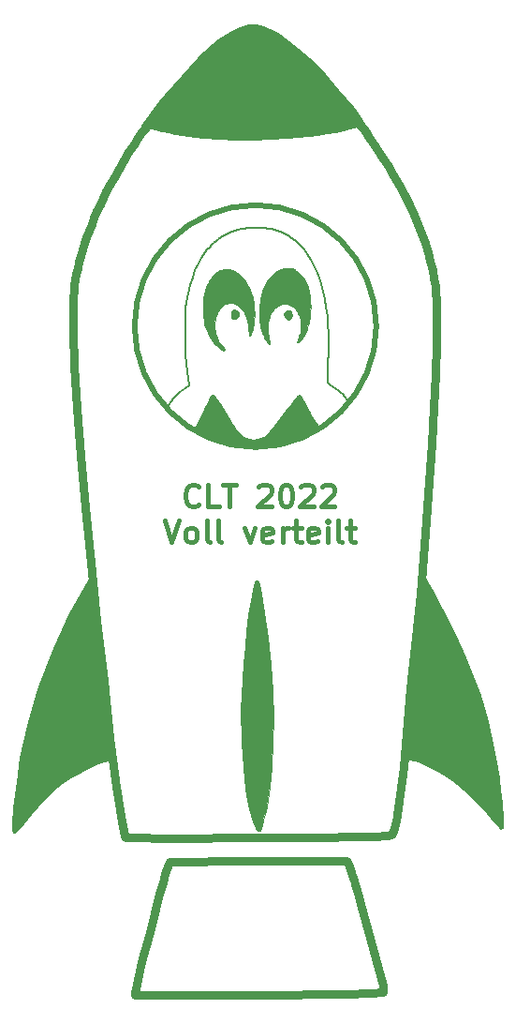
<source format=gbr>
%TF.GenerationSoftware,KiCad,Pcbnew,6.0.2*%
%TF.CreationDate,2022-03-01T20:49:21+01:00*%
%TF.ProjectId,raketenpinguin,72616b65-7465-46e7-9069-6e6775696e2e,rev?*%
%TF.SameCoordinates,Original*%
%TF.FileFunction,Legend,Top*%
%TF.FilePolarity,Positive*%
%FSLAX46Y46*%
G04 Gerber Fmt 4.6, Leading zero omitted, Abs format (unit mm)*
G04 Created by KiCad (PCBNEW 6.0.2) date 2022-03-01 20:49:21*
%MOMM*%
%LPD*%
G01*
G04 APERTURE LIST*
%ADD10C,0.150000*%
%ADD11C,0.200000*%
%ADD12C,0.800000*%
%ADD13C,0.126504*%
%ADD14C,0.500000*%
%ADD15C,0.400000*%
G04 APERTURE END LIST*
D10*
X83560000Y-64290000D02*
X84090000Y-65290000D01*
X84090000Y-65290000D02*
X84430000Y-65960000D01*
X84430000Y-65960000D02*
X84930000Y-66470000D01*
X84930000Y-66470000D02*
X82840000Y-67510000D01*
X82840000Y-67510000D02*
X80440000Y-68130000D01*
X80440000Y-68130000D02*
X77730000Y-68210000D01*
X77730000Y-68210000D02*
X74550000Y-67250000D01*
X74550000Y-67250000D02*
X73590000Y-66740000D01*
X73590000Y-66740000D02*
X73760000Y-66320000D01*
X73760000Y-66320000D02*
X74310000Y-65370000D01*
X74310000Y-65370000D02*
X74800000Y-64280000D01*
X74800000Y-64280000D02*
X75236147Y-63570000D01*
X75236147Y-63570000D02*
X75780000Y-64260000D01*
X75780000Y-64260000D02*
X76460000Y-65350000D01*
X76460000Y-65350000D02*
X77330000Y-66820000D01*
X77330000Y-66820000D02*
X78440000Y-67660000D01*
X78440000Y-67660000D02*
X79650000Y-67540000D01*
X79650000Y-67540000D02*
X80460000Y-67010000D01*
X80460000Y-67010000D02*
X81820000Y-65290000D01*
X81820000Y-65290000D02*
X82930000Y-63810000D01*
X82930000Y-63810000D02*
X83100000Y-63550000D01*
X83100000Y-63550000D02*
X83560000Y-64290000D01*
G36*
X83560000Y-64290000D02*
G01*
X84090000Y-65290000D01*
X84430000Y-65960000D01*
X84930000Y-66470000D01*
X82840000Y-67510000D01*
X80440000Y-68130000D01*
X77730000Y-68210000D01*
X74550000Y-67250000D01*
X73590000Y-66740000D01*
X73760000Y-66320000D01*
X74310000Y-65370000D01*
X74800000Y-64280000D01*
X75236147Y-63570000D01*
X75780000Y-64260000D01*
X76460000Y-65350000D01*
X77330000Y-66820000D01*
X78440000Y-67660000D01*
X79650000Y-67540000D01*
X80460000Y-67010000D01*
X81820000Y-65290000D01*
X82930000Y-63810000D01*
X83100000Y-63550000D01*
X83560000Y-64290000D01*
G37*
X83560000Y-64290000D02*
X84090000Y-65290000D01*
X84430000Y-65960000D01*
X84930000Y-66470000D01*
X82840000Y-67510000D01*
X80440000Y-68130000D01*
X77730000Y-68210000D01*
X74550000Y-67250000D01*
X73590000Y-66740000D01*
X73760000Y-66320000D01*
X74310000Y-65370000D01*
X74800000Y-64280000D01*
X75236147Y-63570000D01*
X75780000Y-64260000D01*
X76460000Y-65350000D01*
X77330000Y-66820000D01*
X78440000Y-67660000D01*
X79650000Y-67540000D01*
X80460000Y-67010000D01*
X81820000Y-65290000D01*
X82930000Y-63810000D01*
X83100000Y-63550000D01*
X83560000Y-64290000D01*
D11*
X78217016Y-67421863D02*
X78126503Y-67373476D01*
X78126503Y-67373476D02*
X78035586Y-67316250D01*
X78035586Y-67316250D02*
X77943968Y-67249817D01*
X77943968Y-67249817D02*
X77851349Y-67173813D01*
X77851349Y-67173813D02*
X77757432Y-67087870D01*
X77757432Y-67087870D02*
X77661918Y-66991623D01*
X77661918Y-66991623D02*
X77564507Y-66884706D01*
X77564507Y-66884706D02*
X77464903Y-66766753D01*
X77464903Y-66766753D02*
X77362806Y-66637398D01*
X77362806Y-66637398D02*
X77257918Y-66496274D01*
X77257918Y-66496274D02*
X77149940Y-66343016D01*
X77149940Y-66343016D02*
X77038574Y-66177258D01*
X77038574Y-66177258D02*
X76923521Y-65998633D01*
X76923521Y-65998633D02*
X76804483Y-65806776D01*
X76804483Y-65806776D02*
X76681162Y-65601320D01*
X76681162Y-65601320D02*
X76553259Y-65381900D01*
X76553259Y-65381900D02*
X76306957Y-64962635D01*
X76306957Y-64962635D02*
X76077430Y-64589773D01*
X76077430Y-64589773D02*
X75867391Y-64267029D01*
X75867391Y-64267029D02*
X75679554Y-63998118D01*
X75679554Y-63998118D02*
X75594809Y-63885012D01*
X75594809Y-63885012D02*
X75516633Y-63786757D01*
X75516633Y-63786757D02*
X75445364Y-63703819D01*
X75445364Y-63703819D02*
X75381342Y-63636662D01*
X75381342Y-63636662D02*
X75324905Y-63585749D01*
X75324905Y-63585749D02*
X75276394Y-63551547D01*
X75276394Y-63551547D02*
X75236147Y-63534518D01*
X75236147Y-63534518D02*
X75219229Y-63532590D01*
X75219229Y-63532590D02*
X75204504Y-63535129D01*
X75204504Y-63535129D02*
X75197335Y-63539065D01*
X75197335Y-63539065D02*
X75188887Y-63546235D01*
X75188887Y-63546235D02*
X75168322Y-63569934D01*
X75168322Y-63569934D02*
X75143148Y-63605554D01*
X75143148Y-63605554D02*
X75113698Y-63652422D01*
X75113698Y-63652422D02*
X75080310Y-63709865D01*
X75080310Y-63709865D02*
X75043320Y-63777210D01*
X75043320Y-63777210D02*
X75003064Y-63853785D01*
X75003064Y-63853785D02*
X74959877Y-63938916D01*
X74959877Y-63938916D02*
X74866058Y-64132157D01*
X74866058Y-64132157D02*
X74764551Y-64351550D01*
X74764551Y-64351550D02*
X74658046Y-64591713D01*
X74658046Y-64591713D02*
X74549231Y-64847262D01*
X74549231Y-64847262D02*
X74440183Y-65102891D01*
X74440183Y-65102891D02*
X74333021Y-65343281D01*
X74333021Y-65343281D02*
X74230478Y-65563034D01*
X74230478Y-65563034D02*
X74135290Y-65756753D01*
X74135290Y-65756753D02*
X74050190Y-65919040D01*
X74050190Y-65919040D02*
X73977911Y-66044498D01*
X73977911Y-66044498D02*
X73947435Y-66091728D01*
X73947435Y-66091728D02*
X73800000Y-66310000D01*
X73800000Y-66310000D02*
X73570000Y-66600000D01*
X73570000Y-66600000D02*
X73670000Y-66760000D01*
X73670000Y-66760000D02*
X73620000Y-66700000D01*
X73620000Y-66700000D02*
X73620000Y-66790000D01*
X73620000Y-66790000D02*
X73640000Y-66710000D01*
X73640000Y-66710000D02*
X73550000Y-66630000D01*
X73550000Y-66630000D02*
X73380000Y-66550000D01*
X73380000Y-66550000D02*
X73230000Y-66440000D01*
X73230000Y-66440000D02*
X72830000Y-66190000D01*
X72830000Y-66190000D02*
X72570000Y-65970000D01*
X72570000Y-65970000D02*
X72300000Y-65730000D01*
X72300000Y-65730000D02*
X72030000Y-65520000D01*
X72030000Y-65520000D02*
X71820000Y-65340000D01*
X71820000Y-65340000D02*
X71500000Y-65100000D01*
X71500000Y-65100000D02*
X71320000Y-64880000D01*
X71320000Y-64880000D02*
X71170000Y-64670000D01*
X71170000Y-64670000D02*
X70950000Y-64480000D01*
X70950000Y-64480000D02*
X70950000Y-64550000D01*
X70950000Y-64550000D02*
X71020000Y-64580000D01*
X71020000Y-64580000D02*
X70960000Y-64530000D01*
X70960000Y-64530000D02*
X71130000Y-64700000D01*
X71130000Y-64700000D02*
X71100000Y-64580000D01*
X71100000Y-64580000D02*
X71080000Y-64600000D01*
X71080000Y-64600000D02*
X71100000Y-64670000D01*
X71100000Y-64670000D02*
X71457091Y-64078520D01*
X71457091Y-64078520D02*
X71469496Y-64054476D01*
X71469496Y-64054476D02*
X71504257Y-63999382D01*
X71504257Y-63999382D02*
X71551488Y-63935733D01*
X71551488Y-63935733D02*
X71610231Y-63864474D01*
X71610231Y-63864474D02*
X71679528Y-63786552D01*
X71679528Y-63786552D02*
X71758420Y-63702912D01*
X71758420Y-63702912D02*
X71845951Y-63614498D01*
X71845951Y-63614498D02*
X71941162Y-63522258D01*
X71941162Y-63522258D02*
X72043095Y-63427135D01*
X72043095Y-63427135D02*
X72150793Y-63330077D01*
X72150793Y-63330077D02*
X72263298Y-63232028D01*
X72263298Y-63232028D02*
X72379651Y-63133933D01*
X72379651Y-63133933D02*
X72498895Y-63036739D01*
X72498895Y-63036739D02*
X72620072Y-62941391D01*
X72620072Y-62941391D02*
X72742224Y-62848834D01*
X72742224Y-62848834D02*
X73094961Y-62586856D01*
X73094961Y-62586856D02*
X72930655Y-61369113D01*
X72930655Y-61369113D02*
X72852094Y-60654307D01*
X72852094Y-60654307D02*
X72793333Y-59844797D01*
X72793333Y-59844797D02*
X72754705Y-58978400D01*
X72754705Y-58978400D02*
X72736544Y-58092935D01*
X72736544Y-58092935D02*
X72739184Y-57226219D01*
X72739184Y-57226219D02*
X72762959Y-56416070D01*
X72762959Y-56416070D02*
X72808203Y-55700306D01*
X72808203Y-55700306D02*
X72875250Y-55116744D01*
X72875250Y-55116744D02*
X73018804Y-54320388D01*
X73018804Y-54320388D02*
X73195452Y-53572882D01*
X73195452Y-53572882D02*
X73404946Y-52874499D01*
X73404946Y-52874499D02*
X73647038Y-52225514D01*
X73647038Y-52225514D02*
X73921477Y-51626198D01*
X73921477Y-51626198D02*
X74228016Y-51076825D01*
X74228016Y-51076825D02*
X74393244Y-50820953D01*
X74393244Y-50820953D02*
X74566405Y-50577669D01*
X74566405Y-50577669D02*
X74747466Y-50347007D01*
X74747466Y-50347007D02*
X74936396Y-50129002D01*
X74936396Y-50129002D02*
X75133164Y-49923687D01*
X75133164Y-49923687D02*
X75337739Y-49731097D01*
X75337739Y-49731097D02*
X75550091Y-49551266D01*
X75550091Y-49551266D02*
X75770187Y-49384227D01*
X75770187Y-49384227D02*
X75997997Y-49230016D01*
X75997997Y-49230016D02*
X76233490Y-49088666D01*
X76233490Y-49088666D02*
X76476635Y-48960212D01*
X76476635Y-48960212D02*
X76727400Y-48844687D01*
X76727400Y-48844687D02*
X76985754Y-48742126D01*
X76985754Y-48742126D02*
X77251667Y-48652562D01*
X77251667Y-48652562D02*
X77525107Y-48576031D01*
X77525107Y-48576031D02*
X77806043Y-48512566D01*
X77806043Y-48512566D02*
X78094444Y-48462201D01*
X78094444Y-48462201D02*
X78390279Y-48424970D01*
X78390279Y-48424970D02*
X78693516Y-48400908D01*
X78693516Y-48400908D02*
X79004126Y-48390048D01*
X79004126Y-48390048D02*
X79334786Y-48391337D01*
X79334786Y-48391337D02*
X79652878Y-48404388D01*
X79652878Y-48404388D02*
X79959045Y-48429445D01*
X79959045Y-48429445D02*
X80253931Y-48466754D01*
X80253931Y-48466754D02*
X80538182Y-48516559D01*
X80538182Y-48516559D02*
X80812441Y-48579107D01*
X80812441Y-48579107D02*
X81077353Y-48654642D01*
X81077353Y-48654642D02*
X81333563Y-48743409D01*
X81333563Y-48743409D02*
X81581715Y-48845654D01*
X81581715Y-48845654D02*
X81822453Y-48961622D01*
X81822453Y-48961622D02*
X82056421Y-49091557D01*
X82056421Y-49091557D02*
X82284266Y-49235706D01*
X82284266Y-49235706D02*
X82506629Y-49394313D01*
X82506629Y-49394313D02*
X82724157Y-49567623D01*
X82724157Y-49567623D02*
X82937494Y-49755882D01*
X82937494Y-49755882D02*
X83147284Y-49959334D01*
X83147284Y-49959334D02*
X83321865Y-50144805D01*
X83321865Y-50144805D02*
X83490669Y-50341257D01*
X83490669Y-50341257D02*
X83810791Y-50766463D01*
X83810791Y-50766463D02*
X84107343Y-51233676D01*
X84107343Y-51233676D02*
X84380019Y-51741615D01*
X84380019Y-51741615D02*
X84628515Y-52289002D01*
X84628515Y-52289002D02*
X84852524Y-52874558D01*
X84852524Y-52874558D02*
X85051740Y-53497004D01*
X85051740Y-53497004D02*
X85225859Y-54155062D01*
X85225859Y-54155062D02*
X85374573Y-54847453D01*
X85374573Y-54847453D02*
X85497579Y-55572897D01*
X85497579Y-55572897D02*
X85594569Y-56330116D01*
X85594569Y-56330116D02*
X85665238Y-57117831D01*
X85665238Y-57117831D02*
X85709281Y-57934764D01*
X85709281Y-57934764D02*
X85726392Y-58779634D01*
X85726392Y-58779634D02*
X85716265Y-59651165D01*
X85716265Y-59651165D02*
X85678595Y-60548076D01*
X85678595Y-60548076D02*
X85648214Y-61106154D01*
X85648214Y-61106154D02*
X85628557Y-61541575D01*
X85628557Y-61541575D02*
X85620541Y-61870930D01*
X85620541Y-61870930D02*
X85625084Y-62110808D01*
X85625084Y-62110808D02*
X85632352Y-62202379D01*
X85632352Y-62202379D02*
X85643103Y-62277801D01*
X85643103Y-62277801D02*
X85657453Y-62339150D01*
X85657453Y-62339150D02*
X85675515Y-62388498D01*
X85675515Y-62388498D02*
X85697406Y-62427920D01*
X85697406Y-62427920D02*
X85723239Y-62459489D01*
X85723239Y-62459489D02*
X85753129Y-62485280D01*
X85753129Y-62485280D02*
X85787191Y-62507365D01*
X85787191Y-62507365D02*
X85909661Y-62580936D01*
X85909661Y-62580936D02*
X86034738Y-62661262D01*
X86034738Y-62661262D02*
X86160978Y-62747079D01*
X86160978Y-62747079D02*
X86286937Y-62837124D01*
X86286937Y-62837124D02*
X86411170Y-62930134D01*
X86411170Y-62930134D02*
X86532232Y-63024844D01*
X86532232Y-63024844D02*
X86648679Y-63119990D01*
X86648679Y-63119990D02*
X86759066Y-63214310D01*
X86759066Y-63214310D02*
X86861947Y-63306539D01*
X86861947Y-63306539D02*
X86955880Y-63395414D01*
X86955880Y-63395414D02*
X87039418Y-63479670D01*
X87039418Y-63479670D02*
X87111117Y-63558046D01*
X87111117Y-63558046D02*
X87169533Y-63629275D01*
X87169533Y-63629275D02*
X87213220Y-63692096D01*
X87213220Y-63692096D02*
X87240734Y-63745244D01*
X87240734Y-63745244D02*
X87500000Y-64230000D01*
X87500000Y-64230000D02*
X87610000Y-64000000D01*
X87610000Y-64000000D02*
X87651109Y-63973874D01*
X87651109Y-63973874D02*
X87633538Y-64022686D01*
X87633538Y-64022686D02*
X87550000Y-64160000D01*
X87550000Y-64160000D02*
X87360000Y-64390000D01*
X87360000Y-64390000D02*
X87220000Y-64540000D01*
X87220000Y-64540000D02*
X87120000Y-64690000D01*
X87120000Y-64690000D02*
X86860000Y-64890000D01*
X86860000Y-64890000D02*
X86680000Y-65070000D01*
X86680000Y-65070000D02*
X86470000Y-65320000D01*
X86470000Y-65320000D02*
X86210000Y-65520000D01*
X86210000Y-65520000D02*
X85930000Y-65760000D01*
X85930000Y-65760000D02*
X85710000Y-65930000D01*
X85710000Y-65930000D02*
X85463170Y-66150000D01*
X85463170Y-66150000D02*
X85190000Y-66320000D01*
X85190000Y-66320000D02*
X84990000Y-66580000D01*
X84990000Y-66580000D02*
X84870000Y-66570000D01*
X84870000Y-66570000D02*
X84900000Y-66570000D01*
X84900000Y-66570000D02*
X84870000Y-66460000D01*
X84870000Y-66460000D02*
X84560000Y-66710000D01*
X84560000Y-66710000D02*
X84560000Y-66620000D01*
X84560000Y-66620000D02*
X84780000Y-66520000D01*
X84780000Y-66520000D02*
X84930000Y-66490000D01*
X84930000Y-66490000D02*
X84649815Y-66125704D01*
X84649815Y-66125704D02*
X84636764Y-66117839D01*
X84636764Y-66117839D02*
X84622387Y-66106882D01*
X84622387Y-66106882D02*
X84606726Y-66092898D01*
X84606726Y-66092898D02*
X84589823Y-66075956D01*
X84589823Y-66075956D02*
X84552460Y-66033464D01*
X84552460Y-66033464D02*
X84510632Y-65979943D01*
X84510632Y-65979943D02*
X84464675Y-65915932D01*
X84464675Y-65915932D02*
X84414924Y-65841968D01*
X84414924Y-65841968D02*
X84361713Y-65758588D01*
X84361713Y-65758588D02*
X84305379Y-65666330D01*
X84305379Y-65666330D02*
X84246257Y-65565732D01*
X84246257Y-65565732D02*
X84184681Y-65457331D01*
X84184681Y-65457331D02*
X84120988Y-65341665D01*
X84120988Y-65341665D02*
X84055511Y-65219272D01*
X84055511Y-65219272D02*
X83988587Y-65090689D01*
X83988587Y-65090689D02*
X83920550Y-64956453D01*
X83920550Y-64956453D02*
X83851736Y-64817103D01*
X83851736Y-64817103D02*
X83720368Y-64552436D01*
X83720368Y-64552436D02*
X83593308Y-64305599D01*
X83593308Y-64305599D02*
X83473660Y-64081990D01*
X83473660Y-64081990D02*
X83364527Y-63887005D01*
X83364527Y-63887005D02*
X83269010Y-63726042D01*
X83269010Y-63726042D02*
X83190213Y-63604499D01*
X83190213Y-63604499D02*
X83158054Y-63560197D01*
X83158054Y-63560197D02*
X83131239Y-63527773D01*
X83131239Y-63527773D02*
X83110155Y-63507903D01*
X83110155Y-63507903D02*
X83095190Y-63501262D01*
X83095190Y-63501262D02*
X83087770Y-63503535D01*
X83087770Y-63503535D02*
X83077343Y-63510094D01*
X83077343Y-63510094D02*
X83047802Y-63535645D01*
X83047802Y-63535645D02*
X83007240Y-63577060D01*
X83007240Y-63577060D02*
X82956330Y-63633483D01*
X82956330Y-63633483D02*
X82895745Y-63704058D01*
X82895745Y-63704058D02*
X82826156Y-63787929D01*
X82826156Y-63787929D02*
X82662661Y-63992140D01*
X82662661Y-63992140D02*
X82471226Y-64239270D01*
X82471226Y-64239270D02*
X82257234Y-64522474D01*
X82257234Y-64522474D02*
X82026065Y-64834908D01*
X82026065Y-64834908D02*
X81783102Y-65169726D01*
X81783102Y-65169726D02*
X81524219Y-65523252D01*
X81524219Y-65523252D02*
X81268387Y-65859995D01*
X81268387Y-65859995D02*
X81020992Y-66173558D01*
X81020992Y-66173558D02*
X80787420Y-66457544D01*
X80787420Y-66457544D02*
X80573057Y-66705557D01*
X80573057Y-66705557D02*
X80383289Y-66911200D01*
X80383289Y-66911200D02*
X80223502Y-67068076D01*
X80223502Y-67068076D02*
X80156534Y-67126227D01*
X80156534Y-67126227D02*
X80099081Y-67169787D01*
X80099081Y-67169787D02*
X79980328Y-67246800D01*
X79980328Y-67246800D02*
X79860375Y-67315825D01*
X79860375Y-67315825D02*
X79739512Y-67376824D01*
X79739512Y-67376824D02*
X79618028Y-67429759D01*
X79618028Y-67429759D02*
X79496212Y-67474591D01*
X79496212Y-67474591D02*
X79374352Y-67511280D01*
X79374352Y-67511280D02*
X79252739Y-67539789D01*
X79252739Y-67539789D02*
X79131660Y-67560079D01*
X79131660Y-67560079D02*
X79011406Y-67572110D01*
X79011406Y-67572110D02*
X78892265Y-67575845D01*
X78892265Y-67575845D02*
X78774527Y-67571243D01*
X78774527Y-67571243D02*
X78658479Y-67558268D01*
X78658479Y-67558268D02*
X78544413Y-67536879D01*
X78544413Y-67536879D02*
X78432615Y-67507039D01*
X78432615Y-67507039D02*
X78323377Y-67468708D01*
X78323377Y-67468708D02*
X78216986Y-67421847D01*
X78216986Y-67421847D02*
X78217016Y-67421863D01*
X78217016Y-67421863D02*
X78217016Y-67421863D01*
D12*
X88244411Y-38917252D02*
X88266623Y-38920614D01*
X88266623Y-38920614D02*
X88288894Y-38925518D01*
X88288894Y-38925518D02*
X88311290Y-38932019D01*
X88311290Y-38932019D02*
X88333872Y-38940169D01*
X88333872Y-38940169D02*
X88356705Y-38950020D01*
X88356705Y-38950020D02*
X88379853Y-38961627D01*
X88379853Y-38961627D02*
X88403379Y-38975041D01*
X88403379Y-38975041D02*
X88427347Y-38990317D01*
X88427347Y-38990317D02*
X88451821Y-39007506D01*
X88451821Y-39007506D02*
X88476864Y-39026663D01*
X88476864Y-39026663D02*
X88502539Y-39047840D01*
X88502539Y-39047840D02*
X88528912Y-39071090D01*
X88528912Y-39071090D02*
X88556044Y-39096466D01*
X88556044Y-39096466D02*
X88584001Y-39124021D01*
X88584001Y-39124021D02*
X88642640Y-39185881D01*
X88642640Y-39185881D02*
X88705338Y-39257094D01*
X88705338Y-39257094D02*
X88772606Y-39338084D01*
X88772606Y-39338084D02*
X88844951Y-39429275D01*
X88844951Y-39429275D02*
X88922884Y-39531092D01*
X88922884Y-39531092D02*
X89006914Y-39643959D01*
X89006914Y-39643959D02*
X89097550Y-39768300D01*
X89097550Y-39768300D02*
X89195302Y-39904539D01*
X89195302Y-39904539D02*
X89300678Y-40053100D01*
X89300678Y-40053100D02*
X89911423Y-40939825D01*
X89911423Y-40939825D02*
X90495683Y-41832150D01*
X90495683Y-41832150D02*
X91052482Y-42727875D01*
X91052482Y-42727875D02*
X91580846Y-43624803D01*
X91580846Y-43624803D02*
X92079800Y-44520737D01*
X92079800Y-44520737D02*
X92548368Y-45413477D01*
X92548368Y-45413477D02*
X92985576Y-46300827D01*
X92985576Y-46300827D02*
X93390449Y-47180588D01*
X93390449Y-47180588D02*
X93762012Y-48050562D01*
X93762012Y-48050562D02*
X94099289Y-48908552D01*
X94099289Y-48908552D02*
X94401307Y-49752358D01*
X94401307Y-49752358D02*
X94667089Y-50579785D01*
X94667089Y-50579785D02*
X94895662Y-51388632D01*
X94895662Y-51388632D02*
X95086049Y-52176703D01*
X95086049Y-52176703D02*
X95237277Y-52941800D01*
X95237277Y-52941800D02*
X95348369Y-53681724D01*
X95348369Y-53681724D02*
X95395686Y-54200566D01*
X95395686Y-54200566D02*
X95428223Y-54872059D01*
X95428223Y-54872059D02*
X95450448Y-56633933D01*
X95450448Y-56633933D02*
X95418027Y-58889220D01*
X95418027Y-58889220D02*
X95333944Y-61559792D01*
X95333944Y-61559792D02*
X95201183Y-64567520D01*
X95201183Y-64567520D02*
X95022728Y-67834278D01*
X95022728Y-67834278D02*
X94801561Y-71281937D01*
X94801561Y-71281937D02*
X94540668Y-74832370D01*
X94540668Y-74832370D02*
X94010000Y-81420000D01*
X94010000Y-81420000D02*
X93113656Y-89959077D01*
X93113656Y-89959077D02*
X92500000Y-97090000D01*
X92500000Y-97090000D02*
X91781658Y-102016757D01*
X91781658Y-102016757D02*
X91748676Y-102189517D01*
X91748676Y-102189517D02*
X91709076Y-102360958D01*
X91709076Y-102360958D02*
X91664355Y-102526594D01*
X91664355Y-102526594D02*
X91616009Y-102681942D01*
X91616009Y-102681942D02*
X91565535Y-102822516D01*
X91565535Y-102822516D02*
X91539968Y-102885861D01*
X91539968Y-102885861D02*
X91514429Y-102943830D01*
X91514429Y-102943830D02*
X91489107Y-102995864D01*
X91489107Y-102995864D02*
X91464188Y-103041401D01*
X91464188Y-103041401D02*
X91439860Y-103079881D01*
X91439860Y-103079881D02*
X91416309Y-103110743D01*
X91416309Y-103110743D02*
X91393705Y-103131340D01*
X91393705Y-103131340D02*
X91361330Y-103150926D01*
X91361330Y-103150926D02*
X91317871Y-103169538D01*
X91317871Y-103169538D02*
X91262013Y-103187213D01*
X91262013Y-103187213D02*
X91192445Y-103203988D01*
X91192445Y-103203988D02*
X91107854Y-103219900D01*
X91107854Y-103219900D02*
X90888348Y-103249280D01*
X90888348Y-103249280D02*
X90592991Y-103275650D01*
X90592991Y-103275650D02*
X90211281Y-103299303D01*
X90211281Y-103299303D02*
X89732713Y-103320535D01*
X89732713Y-103320535D02*
X89146782Y-103339640D01*
X89146782Y-103339640D02*
X88442986Y-103356913D01*
X88442986Y-103356913D02*
X87610821Y-103372649D01*
X87610821Y-103372649D02*
X85519364Y-103400689D01*
X85519364Y-103400689D02*
X82788382Y-103426119D01*
X82788382Y-103426119D02*
X79333843Y-103451297D01*
X79333843Y-103451297D02*
X70921134Y-103474981D01*
X70921134Y-103474981D02*
X68332579Y-103456903D01*
X68332579Y-103456903D02*
X67346981Y-103420291D01*
X67346981Y-103420291D02*
X67340146Y-103412947D01*
X67340146Y-103412947D02*
X67332908Y-103402375D01*
X67332908Y-103402375D02*
X67317301Y-103371907D01*
X67317301Y-103371907D02*
X67300324Y-103329600D01*
X67300324Y-103329600D02*
X67282138Y-103276167D01*
X67282138Y-103276167D02*
X67262909Y-103212324D01*
X67262909Y-103212324D02*
X67242798Y-103138783D01*
X67242798Y-103138783D02*
X67221970Y-103056260D01*
X67221970Y-103056260D02*
X67200587Y-102965466D01*
X67200587Y-102965466D02*
X67156812Y-102761928D01*
X67156812Y-102761928D02*
X67112780Y-102533879D01*
X67112780Y-102533879D02*
X67069797Y-102287031D01*
X67069797Y-102287031D02*
X67029171Y-102027095D01*
X67029171Y-102027095D02*
X67029171Y-102026561D01*
X67029171Y-102026561D02*
X66507472Y-98836818D01*
X66507472Y-98836818D02*
X65943609Y-94436421D01*
X65943609Y-94436421D02*
X65394951Y-89283971D01*
X65394951Y-89283971D02*
X64757991Y-83858683D01*
X64757991Y-83858683D02*
X64187190Y-78645066D01*
X64187190Y-78645066D02*
X63692315Y-73633705D01*
X63692315Y-73633705D02*
X63280265Y-68926513D01*
X63280265Y-68926513D02*
X62957940Y-64625400D01*
X62957940Y-64625400D02*
X62732237Y-60832278D01*
X62732237Y-60832278D02*
X62610056Y-57649058D01*
X62610056Y-57649058D02*
X62598295Y-55177651D01*
X62598295Y-55177651D02*
X62703853Y-53519969D01*
X62703853Y-53519969D02*
X62779679Y-53028934D01*
X62779679Y-53028934D02*
X62874908Y-52520455D01*
X62874908Y-52520455D02*
X62988943Y-51996214D01*
X62988943Y-51996214D02*
X63121182Y-51457893D01*
X63121182Y-51457893D02*
X63271027Y-50907176D01*
X63271027Y-50907176D02*
X63437879Y-50345744D01*
X63437879Y-50345744D02*
X63621137Y-49775280D01*
X63621137Y-49775280D02*
X63820202Y-49197466D01*
X63820202Y-49197466D02*
X64034476Y-48613984D01*
X64034476Y-48613984D02*
X64263358Y-48026518D01*
X64263358Y-48026518D02*
X64506248Y-47436749D01*
X64506248Y-47436749D02*
X64762548Y-46846360D01*
X64762548Y-46846360D02*
X65031659Y-46257034D01*
X65031659Y-46257034D02*
X65312979Y-45670451D01*
X65312979Y-45670451D02*
X65605911Y-45088296D01*
X65605911Y-45088296D02*
X65909854Y-44512251D01*
X65909854Y-44512251D02*
X66304240Y-43800339D01*
X66304240Y-43800339D02*
X66737805Y-43048849D01*
X66737805Y-43048849D02*
X67191020Y-42289031D01*
X67191020Y-42289031D02*
X67644356Y-41552137D01*
X67644356Y-41552137D02*
X68078284Y-40869417D01*
X68078284Y-40869417D02*
X68473273Y-40272122D01*
X68473273Y-40272122D02*
X68809794Y-39791504D01*
X68809794Y-39791504D02*
X69068317Y-39458813D01*
X69068317Y-39458813D02*
X69458995Y-39004060D01*
X69458995Y-39004060D02*
X70660991Y-39303267D01*
X70660991Y-39303267D02*
X71220581Y-39433271D01*
X71220581Y-39433271D02*
X71808756Y-39551802D01*
X71808756Y-39551802D02*
X72423652Y-39658754D01*
X72423652Y-39658754D02*
X73063405Y-39754021D01*
X73063405Y-39754021D02*
X73726152Y-39837497D01*
X73726152Y-39837497D02*
X74410028Y-39909075D01*
X74410028Y-39909075D02*
X75833714Y-40016116D01*
X75833714Y-40016116D02*
X77319552Y-40074293D01*
X77319552Y-40074293D02*
X78852630Y-40082758D01*
X78852630Y-40082758D02*
X80418039Y-40040662D01*
X80418039Y-40040662D02*
X82000866Y-39947155D01*
X82000866Y-39947155D02*
X82916609Y-39867537D01*
X82916609Y-39867537D02*
X83829932Y-39768146D01*
X83829932Y-39768146D02*
X84718251Y-39652682D01*
X84718251Y-39652682D02*
X85558980Y-39524845D01*
X85558980Y-39524845D02*
X86329534Y-39388334D01*
X86329534Y-39388334D02*
X87007328Y-39246849D01*
X87007328Y-39246849D02*
X87569777Y-39104088D01*
X87569777Y-39104088D02*
X87800690Y-39033386D01*
X87800690Y-39033386D02*
X87994297Y-38963752D01*
X87994297Y-38963752D02*
X88028210Y-38950912D01*
X88028210Y-38950912D02*
X88044763Y-38945135D01*
X88044763Y-38945135D02*
X88061072Y-38939809D01*
X88061072Y-38939809D02*
X88077156Y-38934951D01*
X88077156Y-38934951D02*
X88093032Y-38930579D01*
X88093032Y-38930579D02*
X88108719Y-38926708D01*
X88108719Y-38926708D02*
X88124235Y-38923356D01*
X88124235Y-38923356D02*
X88139598Y-38920540D01*
X88139598Y-38920540D02*
X88154827Y-38918276D01*
X88154827Y-38918276D02*
X88169941Y-38916582D01*
X88169941Y-38916582D02*
X88184957Y-38915474D01*
X88184957Y-38915474D02*
X88199893Y-38914970D01*
X88199893Y-38914970D02*
X88214769Y-38915085D01*
X88214769Y-38915085D02*
X88229602Y-38915837D01*
X88229602Y-38915837D02*
X88244411Y-38917244D01*
X88244411Y-38917244D02*
X88244411Y-38917252D01*
X88244411Y-38917252D02*
X88244411Y-38917252D01*
D13*
X77558294Y-56352729D02*
X77572482Y-56326511D01*
X77572482Y-56326511D02*
X77583720Y-56299688D01*
X77583720Y-56299688D02*
X77592115Y-56272377D01*
X77592115Y-56272377D02*
X77597769Y-56244697D01*
X77597769Y-56244697D02*
X77600789Y-56216766D01*
X77600789Y-56216766D02*
X77601278Y-56188702D01*
X77601278Y-56188702D02*
X77599342Y-56160623D01*
X77599342Y-56160623D02*
X77595084Y-56132647D01*
X77595084Y-56132647D02*
X77588611Y-56104893D01*
X77588611Y-56104893D02*
X77580026Y-56077478D01*
X77580026Y-56077478D02*
X77569433Y-56050520D01*
X77569433Y-56050520D02*
X77556939Y-56024139D01*
X77556939Y-56024139D02*
X77542647Y-55998451D01*
X77542647Y-55998451D02*
X77526662Y-55973575D01*
X77526662Y-55973575D02*
X77509089Y-55949629D01*
X77509089Y-55949629D02*
X77490032Y-55926731D01*
X77490032Y-55926731D02*
X77469597Y-55904999D01*
X77469597Y-55904999D02*
X77447887Y-55884552D01*
X77447887Y-55884552D02*
X77425008Y-55865507D01*
X77425008Y-55865507D02*
X77401063Y-55847983D01*
X77401063Y-55847983D02*
X77376159Y-55832097D01*
X77376159Y-55832097D02*
X77350399Y-55817968D01*
X77350399Y-55817968D02*
X77323889Y-55805714D01*
X77323889Y-55805714D02*
X77296732Y-55795453D01*
X77296732Y-55795453D02*
X77269033Y-55787304D01*
X77269033Y-55787304D02*
X77240898Y-55781383D01*
X77240898Y-55781383D02*
X77212431Y-55777810D01*
X77212431Y-55777810D02*
X77183737Y-55776702D01*
X77183737Y-55776702D02*
X77154919Y-55778178D01*
X77154919Y-55778178D02*
X77126084Y-55782356D01*
X77126084Y-55782356D02*
X77097335Y-55789353D01*
X77097335Y-55789353D02*
X77068777Y-55799289D01*
X77068777Y-55799289D02*
X77050481Y-55808091D01*
X77050481Y-55808091D02*
X77032980Y-55819337D01*
X77032980Y-55819337D02*
X77016292Y-55832878D01*
X77016292Y-55832878D02*
X77000436Y-55848569D01*
X77000436Y-55848569D02*
X76985431Y-55866263D01*
X76985431Y-55866263D02*
X76971296Y-55885812D01*
X76971296Y-55885812D02*
X76958049Y-55907071D01*
X76958049Y-55907071D02*
X76945710Y-55929891D01*
X76945710Y-55929891D02*
X76934297Y-55954127D01*
X76934297Y-55954127D02*
X76923829Y-55979632D01*
X76923829Y-55979632D02*
X76914325Y-56006259D01*
X76914325Y-56006259D02*
X76905803Y-56033861D01*
X76905803Y-56033861D02*
X76891782Y-56091402D01*
X76891782Y-56091402D02*
X76881918Y-56151083D01*
X76881918Y-56151083D02*
X76876360Y-56211728D01*
X76876360Y-56211728D02*
X76875259Y-56272164D01*
X76875259Y-56272164D02*
X76878766Y-56331215D01*
X76878766Y-56331215D02*
X76882294Y-56359855D01*
X76882294Y-56359855D02*
X76887031Y-56387709D01*
X76887031Y-56387709D02*
X76892994Y-56414629D01*
X76892994Y-56414629D02*
X76900204Y-56440469D01*
X76900204Y-56440469D02*
X76908678Y-56465083D01*
X76908678Y-56465083D02*
X76918436Y-56488323D01*
X76918436Y-56488323D02*
X76929496Y-56510043D01*
X76929496Y-56510043D02*
X76941877Y-56530095D01*
X76941877Y-56530095D02*
X76955598Y-56548334D01*
X76955598Y-56548334D02*
X76970678Y-56564612D01*
X76970678Y-56564612D02*
X76984472Y-56576800D01*
X76984472Y-56576800D02*
X76999127Y-56587570D01*
X76999127Y-56587570D02*
X77014584Y-56596942D01*
X77014584Y-56596942D02*
X77030789Y-56604938D01*
X77030789Y-56604938D02*
X77047684Y-56611577D01*
X77047684Y-56611577D02*
X77065214Y-56616879D01*
X77065214Y-56616879D02*
X77083321Y-56620866D01*
X77083321Y-56620866D02*
X77101950Y-56623557D01*
X77101950Y-56623557D02*
X77121043Y-56624973D01*
X77121043Y-56624973D02*
X77140545Y-56625135D01*
X77140545Y-56625135D02*
X77160398Y-56624062D01*
X77160398Y-56624062D02*
X77180547Y-56621775D01*
X77180547Y-56621775D02*
X77200935Y-56618294D01*
X77200935Y-56618294D02*
X77221505Y-56613640D01*
X77221505Y-56613640D02*
X77242201Y-56607834D01*
X77242201Y-56607834D02*
X77262966Y-56600895D01*
X77262966Y-56600895D02*
X77283745Y-56592843D01*
X77283745Y-56592843D02*
X77304480Y-56583700D01*
X77304480Y-56583700D02*
X77325115Y-56573486D01*
X77325115Y-56573486D02*
X77345593Y-56562220D01*
X77345593Y-56562220D02*
X77365859Y-56549924D01*
X77365859Y-56549924D02*
X77385856Y-56536618D01*
X77385856Y-56536618D02*
X77405527Y-56522322D01*
X77405527Y-56522322D02*
X77424815Y-56507056D01*
X77424815Y-56507056D02*
X77443665Y-56490841D01*
X77443665Y-56490841D02*
X77462019Y-56473698D01*
X77462019Y-56473698D02*
X77479822Y-56455646D01*
X77479822Y-56455646D02*
X77497017Y-56436706D01*
X77497017Y-56436706D02*
X77513547Y-56416898D01*
X77513547Y-56416898D02*
X77529355Y-56396243D01*
X77529355Y-56396243D02*
X77544387Y-56374762D01*
X77544387Y-56374762D02*
X77558584Y-56352473D01*
X77558584Y-56352473D02*
X77558294Y-56352729D01*
X77558294Y-56352729D02*
X77558294Y-56352729D01*
G36*
X77212431Y-55777810D02*
G01*
X77240898Y-55781383D01*
X77269033Y-55787304D01*
X77296732Y-55795453D01*
X77323889Y-55805714D01*
X77350399Y-55817968D01*
X77376159Y-55832097D01*
X77401063Y-55847983D01*
X77425008Y-55865507D01*
X77447887Y-55884552D01*
X77469597Y-55904999D01*
X77490032Y-55926731D01*
X77509089Y-55949629D01*
X77526662Y-55973575D01*
X77542647Y-55998451D01*
X77556939Y-56024139D01*
X77569433Y-56050520D01*
X77580026Y-56077478D01*
X77588611Y-56104893D01*
X77595084Y-56132647D01*
X77599342Y-56160623D01*
X77601278Y-56188702D01*
X77600789Y-56216766D01*
X77597769Y-56244697D01*
X77592115Y-56272377D01*
X77583720Y-56299688D01*
X77572482Y-56326511D01*
X77558294Y-56352729D01*
X77558584Y-56352473D01*
X77544387Y-56374762D01*
X77529355Y-56396243D01*
X77513547Y-56416898D01*
X77497017Y-56436706D01*
X77479822Y-56455646D01*
X77462019Y-56473698D01*
X77443665Y-56490841D01*
X77424815Y-56507056D01*
X77405527Y-56522322D01*
X77385856Y-56536618D01*
X77365859Y-56549924D01*
X77345593Y-56562220D01*
X77325115Y-56573486D01*
X77304480Y-56583700D01*
X77283745Y-56592843D01*
X77262966Y-56600895D01*
X77242201Y-56607834D01*
X77221505Y-56613640D01*
X77200935Y-56618294D01*
X77180547Y-56621775D01*
X77160398Y-56624062D01*
X77140545Y-56625135D01*
X77121043Y-56624973D01*
X77101950Y-56623557D01*
X77083321Y-56620866D01*
X77065214Y-56616879D01*
X77047684Y-56611577D01*
X77030789Y-56604938D01*
X77014584Y-56596942D01*
X76999127Y-56587570D01*
X76984472Y-56576800D01*
X76970678Y-56564612D01*
X76955598Y-56548334D01*
X76941877Y-56530095D01*
X76929496Y-56510043D01*
X76918436Y-56488323D01*
X76908678Y-56465083D01*
X76900204Y-56440469D01*
X76892994Y-56414629D01*
X76887031Y-56387709D01*
X76882294Y-56359855D01*
X76878766Y-56331215D01*
X76875259Y-56272164D01*
X76876360Y-56211728D01*
X76881918Y-56151083D01*
X76891782Y-56091402D01*
X76905803Y-56033861D01*
X76914325Y-56006259D01*
X76923829Y-55979632D01*
X76934297Y-55954127D01*
X76945710Y-55929891D01*
X76958049Y-55907071D01*
X76971296Y-55885812D01*
X76985431Y-55866263D01*
X77000436Y-55848569D01*
X77016292Y-55832878D01*
X77032980Y-55819337D01*
X77050481Y-55808091D01*
X77068777Y-55799289D01*
X77097335Y-55789353D01*
X77126084Y-55782356D01*
X77154919Y-55778178D01*
X77183737Y-55776702D01*
X77212431Y-55777810D01*
G37*
X77212431Y-55777810D02*
X77240898Y-55781383D01*
X77269033Y-55787304D01*
X77296732Y-55795453D01*
X77323889Y-55805714D01*
X77350399Y-55817968D01*
X77376159Y-55832097D01*
X77401063Y-55847983D01*
X77425008Y-55865507D01*
X77447887Y-55884552D01*
X77469597Y-55904999D01*
X77490032Y-55926731D01*
X77509089Y-55949629D01*
X77526662Y-55973575D01*
X77542647Y-55998451D01*
X77556939Y-56024139D01*
X77569433Y-56050520D01*
X77580026Y-56077478D01*
X77588611Y-56104893D01*
X77595084Y-56132647D01*
X77599342Y-56160623D01*
X77601278Y-56188702D01*
X77600789Y-56216766D01*
X77597769Y-56244697D01*
X77592115Y-56272377D01*
X77583720Y-56299688D01*
X77572482Y-56326511D01*
X77558294Y-56352729D01*
X77558584Y-56352473D01*
X77544387Y-56374762D01*
X77529355Y-56396243D01*
X77513547Y-56416898D01*
X77497017Y-56436706D01*
X77479822Y-56455646D01*
X77462019Y-56473698D01*
X77443665Y-56490841D01*
X77424815Y-56507056D01*
X77405527Y-56522322D01*
X77385856Y-56536618D01*
X77365859Y-56549924D01*
X77345593Y-56562220D01*
X77325115Y-56573486D01*
X77304480Y-56583700D01*
X77283745Y-56592843D01*
X77262966Y-56600895D01*
X77242201Y-56607834D01*
X77221505Y-56613640D01*
X77200935Y-56618294D01*
X77180547Y-56621775D01*
X77160398Y-56624062D01*
X77140545Y-56625135D01*
X77121043Y-56624973D01*
X77101950Y-56623557D01*
X77083321Y-56620866D01*
X77065214Y-56616879D01*
X77047684Y-56611577D01*
X77030789Y-56604938D01*
X77014584Y-56596942D01*
X76999127Y-56587570D01*
X76984472Y-56576800D01*
X76970678Y-56564612D01*
X76955598Y-56548334D01*
X76941877Y-56530095D01*
X76929496Y-56510043D01*
X76918436Y-56488323D01*
X76908678Y-56465083D01*
X76900204Y-56440469D01*
X76892994Y-56414629D01*
X76887031Y-56387709D01*
X76882294Y-56359855D01*
X76878766Y-56331215D01*
X76875259Y-56272164D01*
X76876360Y-56211728D01*
X76881918Y-56151083D01*
X76891782Y-56091402D01*
X76905803Y-56033861D01*
X76914325Y-56006259D01*
X76923829Y-55979632D01*
X76934297Y-55954127D01*
X76945710Y-55929891D01*
X76958049Y-55907071D01*
X76971296Y-55885812D01*
X76985431Y-55866263D01*
X77000436Y-55848569D01*
X77016292Y-55832878D01*
X77032980Y-55819337D01*
X77050481Y-55808091D01*
X77068777Y-55799289D01*
X77097335Y-55789353D01*
X77126084Y-55782356D01*
X77154919Y-55778178D01*
X77183737Y-55776702D01*
X77212431Y-55777810D01*
X76056799Y-59004283D02*
X75976836Y-58911184D01*
X75976836Y-58911184D02*
X75902051Y-58813931D01*
X75902051Y-58813931D02*
X75832444Y-58712832D01*
X75832444Y-58712832D02*
X75768013Y-58608194D01*
X75768013Y-58608194D02*
X75708759Y-58500326D01*
X75708759Y-58500326D02*
X75654680Y-58389534D01*
X75654680Y-58389534D02*
X75605777Y-58276127D01*
X75605777Y-58276127D02*
X75562049Y-58160413D01*
X75562049Y-58160413D02*
X75523496Y-58042699D01*
X75523496Y-58042699D02*
X75490116Y-57923294D01*
X75490116Y-57923294D02*
X75438878Y-57680637D01*
X75438878Y-57680637D02*
X75408329Y-57434906D01*
X75408329Y-57434906D02*
X75398466Y-57188563D01*
X75398466Y-57188563D02*
X75409286Y-56944069D01*
X75409286Y-56944069D02*
X75440784Y-56703887D01*
X75440784Y-56703887D02*
X75464286Y-56586182D01*
X75464286Y-56586182D02*
X75492957Y-56470479D01*
X75492957Y-56470479D02*
X75526795Y-56357084D01*
X75526795Y-56357084D02*
X75565800Y-56246306D01*
X75565800Y-56246306D02*
X75609972Y-56138453D01*
X75609972Y-56138453D02*
X75659310Y-56033832D01*
X75659310Y-56033832D02*
X75713814Y-55932751D01*
X75713814Y-55932751D02*
X75773483Y-55835518D01*
X75773483Y-55835518D02*
X75838317Y-55742440D01*
X75838317Y-55742440D02*
X75908316Y-55653826D01*
X75908316Y-55653826D02*
X75983477Y-55569982D01*
X75983477Y-55569982D02*
X76063803Y-55491218D01*
X76063803Y-55491218D02*
X76156764Y-55412696D01*
X76156764Y-55412696D02*
X76251653Y-55345781D01*
X76251653Y-55345781D02*
X76348163Y-55290219D01*
X76348163Y-55290219D02*
X76445983Y-55245753D01*
X76445983Y-55245753D02*
X76544804Y-55212129D01*
X76544804Y-55212129D02*
X76644316Y-55189090D01*
X76644316Y-55189090D02*
X76744210Y-55176383D01*
X76744210Y-55176383D02*
X76844178Y-55173750D01*
X76844178Y-55173750D02*
X76943909Y-55180938D01*
X76943909Y-55180938D02*
X77043094Y-55197691D01*
X77043094Y-55197691D02*
X77141423Y-55223754D01*
X77141423Y-55223754D02*
X77238588Y-55258871D01*
X77238588Y-55258871D02*
X77334279Y-55302786D01*
X77334279Y-55302786D02*
X77428187Y-55355246D01*
X77428187Y-55355246D02*
X77520002Y-55415994D01*
X77520002Y-55415994D02*
X77609415Y-55484775D01*
X77609415Y-55484775D02*
X77696117Y-55561333D01*
X77696117Y-55561333D02*
X77779797Y-55645415D01*
X77779797Y-55645415D02*
X77860148Y-55736763D01*
X77860148Y-55736763D02*
X77936859Y-55835123D01*
X77936859Y-55835123D02*
X78009621Y-55940240D01*
X78009621Y-55940240D02*
X78078125Y-56051858D01*
X78078125Y-56051858D02*
X78142061Y-56169722D01*
X78142061Y-56169722D02*
X78201120Y-56293577D01*
X78201120Y-56293577D02*
X78254993Y-56423167D01*
X78254993Y-56423167D02*
X78303370Y-56558237D01*
X78303370Y-56558237D02*
X78345942Y-56698532D01*
X78345942Y-56698532D02*
X78382399Y-56843797D01*
X78382399Y-56843797D02*
X78412433Y-56993775D01*
X78412433Y-56993775D02*
X78435733Y-57148213D01*
X78435733Y-57148213D02*
X78451991Y-57306854D01*
X78451991Y-57306854D02*
X78460897Y-57469443D01*
X78460897Y-57469443D02*
X78466364Y-57604857D01*
X78466364Y-57604857D02*
X78473840Y-57724293D01*
X78473840Y-57724293D02*
X78483332Y-57827758D01*
X78483332Y-57827758D02*
X78494847Y-57915254D01*
X78494847Y-57915254D02*
X78508391Y-57986788D01*
X78508391Y-57986788D02*
X78523969Y-58042363D01*
X78523969Y-58042363D02*
X78532524Y-58064169D01*
X78532524Y-58064169D02*
X78541589Y-58081986D01*
X78541589Y-58081986D02*
X78551166Y-58095816D01*
X78551166Y-58095816D02*
X78561256Y-58105660D01*
X78561256Y-58105660D02*
X78571860Y-58111518D01*
X78571860Y-58111518D02*
X78582977Y-58113391D01*
X78582977Y-58113391D02*
X78594610Y-58111278D01*
X78594610Y-58111278D02*
X78606758Y-58105182D01*
X78606758Y-58105182D02*
X78619423Y-58095102D01*
X78619423Y-58095102D02*
X78632605Y-58081040D01*
X78632605Y-58081040D02*
X78646305Y-58062995D01*
X78646305Y-58062995D02*
X78660525Y-58040968D01*
X78660525Y-58040968D02*
X78690523Y-57984972D01*
X78690523Y-57984972D02*
X78722605Y-57913056D01*
X78722605Y-57913056D02*
X78756779Y-57825225D01*
X78756779Y-57825225D02*
X78793051Y-57721484D01*
X78793051Y-57721484D02*
X78834122Y-57585645D01*
X78834122Y-57585645D02*
X78870700Y-57438263D01*
X78870700Y-57438263D02*
X78902740Y-57280737D01*
X78902740Y-57280737D02*
X78930195Y-57114464D01*
X78930195Y-57114464D02*
X78953018Y-56940843D01*
X78953018Y-56940843D02*
X78971164Y-56761271D01*
X78971164Y-56761271D02*
X78984585Y-56577148D01*
X78984585Y-56577148D02*
X78993237Y-56389871D01*
X78993237Y-56389871D02*
X78997071Y-56200838D01*
X78997071Y-56200838D02*
X78996043Y-56011448D01*
X78996043Y-56011448D02*
X78990105Y-55823098D01*
X78990105Y-55823098D02*
X78979211Y-55637188D01*
X78979211Y-55637188D02*
X78963315Y-55455115D01*
X78963315Y-55455115D02*
X78942371Y-55278277D01*
X78942371Y-55278277D02*
X78916333Y-55108072D01*
X78916333Y-55108072D02*
X78885153Y-54945899D01*
X78885153Y-54945899D02*
X78825995Y-54695056D01*
X78825995Y-54695056D02*
X78758400Y-54454380D01*
X78758400Y-54454380D02*
X78682806Y-54224088D01*
X78682806Y-54224088D02*
X78599655Y-54004396D01*
X78599655Y-54004396D02*
X78509385Y-53795519D01*
X78509385Y-53795519D02*
X78412438Y-53597674D01*
X78412438Y-53597674D02*
X78309254Y-53411077D01*
X78309254Y-53411077D02*
X78200273Y-53235944D01*
X78200273Y-53235944D02*
X78085934Y-53072491D01*
X78085934Y-53072491D02*
X77966679Y-52920935D01*
X77966679Y-52920935D02*
X77842948Y-52781490D01*
X77842948Y-52781490D02*
X77715179Y-52654374D01*
X77715179Y-52654374D02*
X77583815Y-52539803D01*
X77583815Y-52539803D02*
X77449295Y-52437992D01*
X77449295Y-52437992D02*
X77312058Y-52349157D01*
X77312058Y-52349157D02*
X77172546Y-52273516D01*
X77172546Y-52273516D02*
X77031199Y-52211283D01*
X77031199Y-52211283D02*
X76888456Y-52162675D01*
X76888456Y-52162675D02*
X76744758Y-52127908D01*
X76744758Y-52127908D02*
X76600546Y-52107199D01*
X76600546Y-52107199D02*
X76456258Y-52100762D01*
X76456258Y-52100762D02*
X76312336Y-52108815D01*
X76312336Y-52108815D02*
X76169220Y-52131573D01*
X76169220Y-52131573D02*
X76027349Y-52169253D01*
X76027349Y-52169253D02*
X75887165Y-52222070D01*
X75887165Y-52222070D02*
X75749106Y-52290241D01*
X75749106Y-52290241D02*
X75613614Y-52373981D01*
X75613614Y-52373981D02*
X75481129Y-52473508D01*
X75481129Y-52473508D02*
X75352090Y-52589036D01*
X75352090Y-52589036D02*
X75226939Y-52720782D01*
X75226939Y-52720782D02*
X75106114Y-52868963D01*
X75106114Y-52868963D02*
X74990057Y-53033794D01*
X74990057Y-53033794D02*
X74851521Y-53269475D01*
X74851521Y-53269475D02*
X74729453Y-53526911D01*
X74729453Y-53526911D02*
X74623955Y-53803392D01*
X74623955Y-53803392D02*
X74535130Y-54096209D01*
X74535130Y-54096209D02*
X74463079Y-54402653D01*
X74463079Y-54402653D02*
X74407904Y-54720014D01*
X74407904Y-54720014D02*
X74369708Y-55045585D01*
X74369708Y-55045585D02*
X74348593Y-55376656D01*
X74348593Y-55376656D02*
X74344660Y-55710518D01*
X74344660Y-55710518D02*
X74358011Y-56044461D01*
X74358011Y-56044461D02*
X74388750Y-56375778D01*
X74388750Y-56375778D02*
X74436977Y-56701758D01*
X74436977Y-56701758D02*
X74502795Y-57019693D01*
X74502795Y-57019693D02*
X74586306Y-57326873D01*
X74586306Y-57326873D02*
X74687611Y-57620590D01*
X74687611Y-57620590D02*
X74806814Y-57898135D01*
X74806814Y-57898135D02*
X74884656Y-58053824D01*
X74884656Y-58053824D02*
X74967444Y-58205620D01*
X74967444Y-58205620D02*
X75054401Y-58352663D01*
X75054401Y-58352663D02*
X75144743Y-58494096D01*
X75144743Y-58494096D02*
X75237693Y-58629060D01*
X75237693Y-58629060D02*
X75332469Y-58756695D01*
X75332469Y-58756695D02*
X75428290Y-58876144D01*
X75428290Y-58876144D02*
X75524378Y-58986547D01*
X75524378Y-58986547D02*
X75619951Y-59087045D01*
X75619951Y-59087045D02*
X75714228Y-59176781D01*
X75714228Y-59176781D02*
X75806431Y-59254895D01*
X75806431Y-59254895D02*
X75895778Y-59320528D01*
X75895778Y-59320528D02*
X75981489Y-59372822D01*
X75981489Y-59372822D02*
X76062785Y-59410918D01*
X76062785Y-59410918D02*
X76101532Y-59424373D01*
X76101532Y-59424373D02*
X76138883Y-59433957D01*
X76138883Y-59433957D02*
X76174740Y-59439562D01*
X76174740Y-59439562D02*
X76209005Y-59441081D01*
X76209005Y-59441081D02*
X76245601Y-59439730D01*
X76245601Y-59439730D02*
X76261839Y-59438460D01*
X76261839Y-59438460D02*
X76276681Y-59436729D01*
X76276681Y-59436729D02*
X76290111Y-59434490D01*
X76290111Y-59434490D02*
X76302112Y-59431692D01*
X76302112Y-59431692D02*
X76312667Y-59428289D01*
X76312667Y-59428289D02*
X76321759Y-59424231D01*
X76321759Y-59424231D02*
X76329371Y-59419469D01*
X76329371Y-59419469D02*
X76335487Y-59413955D01*
X76335487Y-59413955D02*
X76337978Y-59410902D01*
X76337978Y-59410902D02*
X76340089Y-59407642D01*
X76340089Y-59407642D02*
X76341817Y-59404170D01*
X76341817Y-59404170D02*
X76343161Y-59400479D01*
X76343161Y-59400479D02*
X76344118Y-59396564D01*
X76344118Y-59396564D02*
X76344685Y-59392419D01*
X76344685Y-59392419D02*
X76344646Y-59383413D01*
X76344646Y-59383413D02*
X76343026Y-59373413D01*
X76343026Y-59373413D02*
X76339808Y-59362370D01*
X76339808Y-59362370D02*
X76334975Y-59350235D01*
X76334975Y-59350235D02*
X76328511Y-59336960D01*
X76328511Y-59336960D02*
X76320398Y-59322497D01*
X76320398Y-59322497D02*
X76310621Y-59306797D01*
X76310621Y-59306797D02*
X76299161Y-59289811D01*
X76299161Y-59289811D02*
X76286002Y-59271491D01*
X76286002Y-59271491D02*
X76271128Y-59251789D01*
X76271128Y-59251789D02*
X76254521Y-59230655D01*
X76254521Y-59230655D02*
X76216043Y-59183901D01*
X76216043Y-59183901D02*
X76170431Y-59130840D01*
X76170431Y-59130840D02*
X76117553Y-59071084D01*
X76117553Y-59071084D02*
X76057272Y-59004245D01*
X76057272Y-59004245D02*
X76056799Y-59004283D01*
X76056799Y-59004283D02*
X76056799Y-59004283D01*
G36*
X76600546Y-52107199D02*
G01*
X76744758Y-52127908D01*
X76888456Y-52162675D01*
X77031199Y-52211283D01*
X77172546Y-52273516D01*
X77312058Y-52349157D01*
X77449295Y-52437992D01*
X77583815Y-52539803D01*
X77715179Y-52654374D01*
X77842948Y-52781490D01*
X77966679Y-52920935D01*
X78085934Y-53072491D01*
X78200273Y-53235944D01*
X78309254Y-53411077D01*
X78412438Y-53597674D01*
X78509385Y-53795519D01*
X78599655Y-54004396D01*
X78682806Y-54224088D01*
X78758400Y-54454380D01*
X78825995Y-54695056D01*
X78885153Y-54945899D01*
X78916333Y-55108072D01*
X78942371Y-55278277D01*
X78963315Y-55455115D01*
X78979211Y-55637188D01*
X78990105Y-55823098D01*
X78996043Y-56011448D01*
X78997071Y-56200838D01*
X78993237Y-56389871D01*
X78984585Y-56577148D01*
X78971164Y-56761271D01*
X78953018Y-56940843D01*
X78930195Y-57114464D01*
X78902740Y-57280737D01*
X78870700Y-57438263D01*
X78834122Y-57585645D01*
X78793051Y-57721484D01*
X78756779Y-57825225D01*
X78722605Y-57913056D01*
X78690523Y-57984972D01*
X78660525Y-58040968D01*
X78646305Y-58062995D01*
X78632605Y-58081040D01*
X78619423Y-58095102D01*
X78606758Y-58105182D01*
X78594610Y-58111278D01*
X78582977Y-58113391D01*
X78571860Y-58111518D01*
X78561256Y-58105660D01*
X78551166Y-58095816D01*
X78541589Y-58081986D01*
X78532524Y-58064169D01*
X78523969Y-58042363D01*
X78508391Y-57986788D01*
X78494847Y-57915254D01*
X78483332Y-57827758D01*
X78473840Y-57724293D01*
X78466364Y-57604857D01*
X78460897Y-57469443D01*
X78451991Y-57306854D01*
X78435733Y-57148213D01*
X78412433Y-56993775D01*
X78382399Y-56843797D01*
X78345942Y-56698532D01*
X78303370Y-56558237D01*
X78254993Y-56423167D01*
X78201120Y-56293577D01*
X78142061Y-56169722D01*
X78078125Y-56051858D01*
X78009621Y-55940240D01*
X77936859Y-55835123D01*
X77860148Y-55736763D01*
X77779797Y-55645415D01*
X77696117Y-55561333D01*
X77609415Y-55484775D01*
X77520002Y-55415994D01*
X77428187Y-55355246D01*
X77334279Y-55302786D01*
X77238588Y-55258871D01*
X77141423Y-55223754D01*
X77043094Y-55197691D01*
X76943909Y-55180938D01*
X76844178Y-55173750D01*
X76744210Y-55176383D01*
X76644316Y-55189090D01*
X76544804Y-55212129D01*
X76445983Y-55245753D01*
X76348163Y-55290219D01*
X76251653Y-55345781D01*
X76156764Y-55412696D01*
X76063803Y-55491218D01*
X75983477Y-55569982D01*
X75908316Y-55653826D01*
X75838317Y-55742440D01*
X75773483Y-55835518D01*
X75713814Y-55932751D01*
X75659310Y-56033832D01*
X75609972Y-56138453D01*
X75565800Y-56246306D01*
X75526795Y-56357084D01*
X75492957Y-56470479D01*
X75464286Y-56586182D01*
X75440784Y-56703887D01*
X75409286Y-56944069D01*
X75398466Y-57188563D01*
X75408329Y-57434906D01*
X75438878Y-57680637D01*
X75490116Y-57923294D01*
X75523496Y-58042699D01*
X75562049Y-58160413D01*
X75605777Y-58276127D01*
X75654680Y-58389534D01*
X75708759Y-58500326D01*
X75768013Y-58608194D01*
X75832444Y-58712832D01*
X75902051Y-58813931D01*
X75976836Y-58911184D01*
X76056799Y-59004283D01*
X76057272Y-59004245D01*
X76117553Y-59071084D01*
X76170431Y-59130840D01*
X76216043Y-59183901D01*
X76254521Y-59230655D01*
X76271128Y-59251789D01*
X76286002Y-59271491D01*
X76299161Y-59289811D01*
X76310621Y-59306797D01*
X76320398Y-59322497D01*
X76328511Y-59336960D01*
X76334975Y-59350235D01*
X76339808Y-59362370D01*
X76343026Y-59373413D01*
X76344646Y-59383413D01*
X76344685Y-59392419D01*
X76344118Y-59396564D01*
X76343161Y-59400479D01*
X76341817Y-59404170D01*
X76340089Y-59407642D01*
X76337978Y-59410902D01*
X76335487Y-59413955D01*
X76329371Y-59419469D01*
X76321759Y-59424231D01*
X76312667Y-59428289D01*
X76302112Y-59431692D01*
X76290111Y-59434490D01*
X76276681Y-59436729D01*
X76261839Y-59438460D01*
X76245601Y-59439730D01*
X76209005Y-59441081D01*
X76174740Y-59439562D01*
X76138883Y-59433957D01*
X76101532Y-59424373D01*
X76062785Y-59410918D01*
X75981489Y-59372822D01*
X75895778Y-59320528D01*
X75806431Y-59254895D01*
X75714228Y-59176781D01*
X75619951Y-59087045D01*
X75524378Y-58986547D01*
X75428290Y-58876144D01*
X75332469Y-58756695D01*
X75237693Y-58629060D01*
X75144743Y-58494096D01*
X75054401Y-58352663D01*
X74967444Y-58205620D01*
X74884656Y-58053824D01*
X74806814Y-57898135D01*
X74687611Y-57620590D01*
X74586306Y-57326873D01*
X74502795Y-57019693D01*
X74436977Y-56701758D01*
X74388750Y-56375778D01*
X74358011Y-56044461D01*
X74344660Y-55710518D01*
X74348593Y-55376656D01*
X74369708Y-55045585D01*
X74407904Y-54720014D01*
X74463079Y-54402653D01*
X74535130Y-54096209D01*
X74623955Y-53803392D01*
X74729453Y-53526911D01*
X74851521Y-53269475D01*
X74990057Y-53033794D01*
X75106114Y-52868963D01*
X75226939Y-52720782D01*
X75352090Y-52589036D01*
X75481129Y-52473508D01*
X75613614Y-52373981D01*
X75749106Y-52290241D01*
X75887165Y-52222070D01*
X76027349Y-52169253D01*
X76169220Y-52131573D01*
X76312336Y-52108815D01*
X76456258Y-52100762D01*
X76600546Y-52107199D01*
G37*
X76600546Y-52107199D02*
X76744758Y-52127908D01*
X76888456Y-52162675D01*
X77031199Y-52211283D01*
X77172546Y-52273516D01*
X77312058Y-52349157D01*
X77449295Y-52437992D01*
X77583815Y-52539803D01*
X77715179Y-52654374D01*
X77842948Y-52781490D01*
X77966679Y-52920935D01*
X78085934Y-53072491D01*
X78200273Y-53235944D01*
X78309254Y-53411077D01*
X78412438Y-53597674D01*
X78509385Y-53795519D01*
X78599655Y-54004396D01*
X78682806Y-54224088D01*
X78758400Y-54454380D01*
X78825995Y-54695056D01*
X78885153Y-54945899D01*
X78916333Y-55108072D01*
X78942371Y-55278277D01*
X78963315Y-55455115D01*
X78979211Y-55637188D01*
X78990105Y-55823098D01*
X78996043Y-56011448D01*
X78997071Y-56200838D01*
X78993237Y-56389871D01*
X78984585Y-56577148D01*
X78971164Y-56761271D01*
X78953018Y-56940843D01*
X78930195Y-57114464D01*
X78902740Y-57280737D01*
X78870700Y-57438263D01*
X78834122Y-57585645D01*
X78793051Y-57721484D01*
X78756779Y-57825225D01*
X78722605Y-57913056D01*
X78690523Y-57984972D01*
X78660525Y-58040968D01*
X78646305Y-58062995D01*
X78632605Y-58081040D01*
X78619423Y-58095102D01*
X78606758Y-58105182D01*
X78594610Y-58111278D01*
X78582977Y-58113391D01*
X78571860Y-58111518D01*
X78561256Y-58105660D01*
X78551166Y-58095816D01*
X78541589Y-58081986D01*
X78532524Y-58064169D01*
X78523969Y-58042363D01*
X78508391Y-57986788D01*
X78494847Y-57915254D01*
X78483332Y-57827758D01*
X78473840Y-57724293D01*
X78466364Y-57604857D01*
X78460897Y-57469443D01*
X78451991Y-57306854D01*
X78435733Y-57148213D01*
X78412433Y-56993775D01*
X78382399Y-56843797D01*
X78345942Y-56698532D01*
X78303370Y-56558237D01*
X78254993Y-56423167D01*
X78201120Y-56293577D01*
X78142061Y-56169722D01*
X78078125Y-56051858D01*
X78009621Y-55940240D01*
X77936859Y-55835123D01*
X77860148Y-55736763D01*
X77779797Y-55645415D01*
X77696117Y-55561333D01*
X77609415Y-55484775D01*
X77520002Y-55415994D01*
X77428187Y-55355246D01*
X77334279Y-55302786D01*
X77238588Y-55258871D01*
X77141423Y-55223754D01*
X77043094Y-55197691D01*
X76943909Y-55180938D01*
X76844178Y-55173750D01*
X76744210Y-55176383D01*
X76644316Y-55189090D01*
X76544804Y-55212129D01*
X76445983Y-55245753D01*
X76348163Y-55290219D01*
X76251653Y-55345781D01*
X76156764Y-55412696D01*
X76063803Y-55491218D01*
X75983477Y-55569982D01*
X75908316Y-55653826D01*
X75838317Y-55742440D01*
X75773483Y-55835518D01*
X75713814Y-55932751D01*
X75659310Y-56033832D01*
X75609972Y-56138453D01*
X75565800Y-56246306D01*
X75526795Y-56357084D01*
X75492957Y-56470479D01*
X75464286Y-56586182D01*
X75440784Y-56703887D01*
X75409286Y-56944069D01*
X75398466Y-57188563D01*
X75408329Y-57434906D01*
X75438878Y-57680637D01*
X75490116Y-57923294D01*
X75523496Y-58042699D01*
X75562049Y-58160413D01*
X75605777Y-58276127D01*
X75654680Y-58389534D01*
X75708759Y-58500326D01*
X75768013Y-58608194D01*
X75832444Y-58712832D01*
X75902051Y-58813931D01*
X75976836Y-58911184D01*
X76056799Y-59004283D01*
X76057272Y-59004245D01*
X76117553Y-59071084D01*
X76170431Y-59130840D01*
X76216043Y-59183901D01*
X76254521Y-59230655D01*
X76271128Y-59251789D01*
X76286002Y-59271491D01*
X76299161Y-59289811D01*
X76310621Y-59306797D01*
X76320398Y-59322497D01*
X76328511Y-59336960D01*
X76334975Y-59350235D01*
X76339808Y-59362370D01*
X76343026Y-59373413D01*
X76344646Y-59383413D01*
X76344685Y-59392419D01*
X76344118Y-59396564D01*
X76343161Y-59400479D01*
X76341817Y-59404170D01*
X76340089Y-59407642D01*
X76337978Y-59410902D01*
X76335487Y-59413955D01*
X76329371Y-59419469D01*
X76321759Y-59424231D01*
X76312667Y-59428289D01*
X76302112Y-59431692D01*
X76290111Y-59434490D01*
X76276681Y-59436729D01*
X76261839Y-59438460D01*
X76245601Y-59439730D01*
X76209005Y-59441081D01*
X76174740Y-59439562D01*
X76138883Y-59433957D01*
X76101532Y-59424373D01*
X76062785Y-59410918D01*
X75981489Y-59372822D01*
X75895778Y-59320528D01*
X75806431Y-59254895D01*
X75714228Y-59176781D01*
X75619951Y-59087045D01*
X75524378Y-58986547D01*
X75428290Y-58876144D01*
X75332469Y-58756695D01*
X75237693Y-58629060D01*
X75144743Y-58494096D01*
X75054401Y-58352663D01*
X74967444Y-58205620D01*
X74884656Y-58053824D01*
X74806814Y-57898135D01*
X74687611Y-57620590D01*
X74586306Y-57326873D01*
X74502795Y-57019693D01*
X74436977Y-56701758D01*
X74388750Y-56375778D01*
X74358011Y-56044461D01*
X74344660Y-55710518D01*
X74348593Y-55376656D01*
X74369708Y-55045585D01*
X74407904Y-54720014D01*
X74463079Y-54402653D01*
X74535130Y-54096209D01*
X74623955Y-53803392D01*
X74729453Y-53526911D01*
X74851521Y-53269475D01*
X74990057Y-53033794D01*
X75106114Y-52868963D01*
X75226939Y-52720782D01*
X75352090Y-52589036D01*
X75481129Y-52473508D01*
X75613614Y-52373981D01*
X75749106Y-52290241D01*
X75887165Y-52222070D01*
X76027349Y-52169253D01*
X76169220Y-52131573D01*
X76312336Y-52108815D01*
X76456258Y-52100762D01*
X76600546Y-52107199D01*
X82379904Y-56236453D02*
X82378385Y-56179811D01*
X82378385Y-56179811D02*
X82375544Y-56128957D01*
X82375544Y-56128957D02*
X82371133Y-56083602D01*
X82371133Y-56083602D02*
X82364907Y-56043460D01*
X82364907Y-56043460D02*
X82361037Y-56025254D01*
X82361037Y-56025254D02*
X82356621Y-56008244D01*
X82356621Y-56008244D02*
X82351628Y-55992393D01*
X82351628Y-55992393D02*
X82346029Y-55977666D01*
X82346029Y-55977666D02*
X82339791Y-55964027D01*
X82339791Y-55964027D02*
X82332885Y-55951440D01*
X82332885Y-55951440D02*
X82325280Y-55939869D01*
X82325280Y-55939869D02*
X82316944Y-55929278D01*
X82316944Y-55929278D02*
X82307848Y-55919632D01*
X82307848Y-55919632D02*
X82297960Y-55910894D01*
X82297960Y-55910894D02*
X82287250Y-55903029D01*
X82287250Y-55903029D02*
X82275688Y-55896001D01*
X82275688Y-55896001D02*
X82263242Y-55889773D01*
X82263242Y-55889773D02*
X82249881Y-55884310D01*
X82249881Y-55884310D02*
X82235576Y-55879577D01*
X82235576Y-55879577D02*
X82220295Y-55875536D01*
X82220295Y-55875536D02*
X82204008Y-55872153D01*
X82204008Y-55872153D02*
X82186684Y-55869391D01*
X82186684Y-55869391D02*
X82148801Y-55865588D01*
X82148801Y-55865588D02*
X82106402Y-55863840D01*
X82106402Y-55863840D02*
X82059240Y-55863860D01*
X82059240Y-55863860D02*
X82026145Y-55865414D01*
X82026145Y-55865414D02*
X81994450Y-55868902D01*
X81994450Y-55868902D02*
X81964180Y-55874251D01*
X81964180Y-55874251D02*
X81935363Y-55881388D01*
X81935363Y-55881388D02*
X81908023Y-55890241D01*
X81908023Y-55890241D02*
X81882189Y-55900737D01*
X81882189Y-55900737D02*
X81857885Y-55912803D01*
X81857885Y-55912803D02*
X81835139Y-55926367D01*
X81835139Y-55926367D02*
X81813976Y-55941355D01*
X81813976Y-55941355D02*
X81794423Y-55957695D01*
X81794423Y-55957695D02*
X81776507Y-55975313D01*
X81776507Y-55975313D02*
X81760253Y-55994139D01*
X81760253Y-55994139D02*
X81745688Y-56014097D01*
X81745688Y-56014097D02*
X81732838Y-56035117D01*
X81732838Y-56035117D02*
X81721730Y-56057124D01*
X81721730Y-56057124D02*
X81712389Y-56080047D01*
X81712389Y-56080047D02*
X81704843Y-56103812D01*
X81704843Y-56103812D02*
X81699117Y-56128347D01*
X81699117Y-56128347D02*
X81695237Y-56153578D01*
X81695237Y-56153578D02*
X81693231Y-56179434D01*
X81693231Y-56179434D02*
X81693124Y-56205841D01*
X81693124Y-56205841D02*
X81694943Y-56232727D01*
X81694943Y-56232727D02*
X81698714Y-56260018D01*
X81698714Y-56260018D02*
X81704463Y-56287643D01*
X81704463Y-56287643D02*
X81712217Y-56315528D01*
X81712217Y-56315528D02*
X81722002Y-56343600D01*
X81722002Y-56343600D02*
X81733844Y-56371787D01*
X81733844Y-56371787D02*
X81747770Y-56400016D01*
X81747770Y-56400016D02*
X81763806Y-56428215D01*
X81763806Y-56428215D02*
X81781977Y-56456309D01*
X81781977Y-56456309D02*
X81802312Y-56484228D01*
X81802312Y-56484228D02*
X81824835Y-56511897D01*
X81824835Y-56511897D02*
X81849249Y-56538883D01*
X81849249Y-56538883D02*
X81873856Y-56563249D01*
X81873856Y-56563249D02*
X81898591Y-56585030D01*
X81898591Y-56585030D02*
X81923389Y-56604256D01*
X81923389Y-56604256D02*
X81948186Y-56620960D01*
X81948186Y-56620960D02*
X81972917Y-56635174D01*
X81972917Y-56635174D02*
X81997516Y-56646931D01*
X81997516Y-56646931D02*
X82021919Y-56656262D01*
X82021919Y-56656262D02*
X82046061Y-56663200D01*
X82046061Y-56663200D02*
X82069876Y-56667777D01*
X82069876Y-56667777D02*
X82093301Y-56670025D01*
X82093301Y-56670025D02*
X82116270Y-56669977D01*
X82116270Y-56669977D02*
X82138719Y-56667664D01*
X82138719Y-56667664D02*
X82160582Y-56663120D01*
X82160582Y-56663120D02*
X82181794Y-56656375D01*
X82181794Y-56656375D02*
X82202291Y-56647462D01*
X82202291Y-56647462D02*
X82222009Y-56636414D01*
X82222009Y-56636414D02*
X82240881Y-56623263D01*
X82240881Y-56623263D02*
X82258843Y-56608041D01*
X82258843Y-56608041D02*
X82275830Y-56590779D01*
X82275830Y-56590779D02*
X82291778Y-56571512D01*
X82291778Y-56571512D02*
X82306621Y-56550269D01*
X82306621Y-56550269D02*
X82320294Y-56527084D01*
X82320294Y-56527084D02*
X82332734Y-56501990D01*
X82332734Y-56501990D02*
X82343874Y-56475017D01*
X82343874Y-56475017D02*
X82353650Y-56446199D01*
X82353650Y-56446199D02*
X82361997Y-56415567D01*
X82361997Y-56415567D02*
X82368850Y-56383154D01*
X82368850Y-56383154D02*
X82374144Y-56348992D01*
X82374144Y-56348992D02*
X82377815Y-56313114D01*
X82377815Y-56313114D02*
X82379797Y-56275551D01*
X82379797Y-56275551D02*
X82380026Y-56236335D01*
X82380026Y-56236335D02*
X82379904Y-56236453D01*
X82379904Y-56236453D02*
X82379904Y-56236453D01*
G36*
X82148801Y-55865588D02*
G01*
X82186684Y-55869391D01*
X82204008Y-55872153D01*
X82220295Y-55875536D01*
X82235576Y-55879577D01*
X82249881Y-55884310D01*
X82263242Y-55889773D01*
X82275688Y-55896001D01*
X82287250Y-55903029D01*
X82297960Y-55910894D01*
X82307848Y-55919632D01*
X82316944Y-55929278D01*
X82325280Y-55939869D01*
X82332885Y-55951440D01*
X82339791Y-55964027D01*
X82346029Y-55977666D01*
X82351628Y-55992393D01*
X82356621Y-56008244D01*
X82361037Y-56025254D01*
X82364907Y-56043460D01*
X82371133Y-56083602D01*
X82375544Y-56128957D01*
X82378385Y-56179811D01*
X82379904Y-56236453D01*
X82380026Y-56236335D01*
X82379797Y-56275551D01*
X82377815Y-56313114D01*
X82374144Y-56348992D01*
X82368850Y-56383154D01*
X82361997Y-56415567D01*
X82353650Y-56446199D01*
X82343874Y-56475017D01*
X82332734Y-56501990D01*
X82320294Y-56527084D01*
X82306621Y-56550269D01*
X82291778Y-56571512D01*
X82275830Y-56590779D01*
X82258843Y-56608041D01*
X82240881Y-56623263D01*
X82222009Y-56636414D01*
X82202291Y-56647462D01*
X82181794Y-56656375D01*
X82160582Y-56663120D01*
X82138719Y-56667664D01*
X82116270Y-56669977D01*
X82093301Y-56670025D01*
X82069876Y-56667777D01*
X82046061Y-56663200D01*
X82021919Y-56656262D01*
X81997516Y-56646931D01*
X81972917Y-56635174D01*
X81948186Y-56620960D01*
X81923389Y-56604256D01*
X81898591Y-56585030D01*
X81873856Y-56563249D01*
X81849249Y-56538883D01*
X81824835Y-56511897D01*
X81802312Y-56484228D01*
X81781977Y-56456309D01*
X81763806Y-56428215D01*
X81747770Y-56400016D01*
X81733844Y-56371787D01*
X81722002Y-56343600D01*
X81712217Y-56315528D01*
X81704463Y-56287643D01*
X81698714Y-56260018D01*
X81694943Y-56232727D01*
X81693124Y-56205841D01*
X81693231Y-56179434D01*
X81695237Y-56153578D01*
X81699117Y-56128347D01*
X81704843Y-56103812D01*
X81712389Y-56080047D01*
X81721730Y-56057124D01*
X81732838Y-56035117D01*
X81745688Y-56014097D01*
X81760253Y-55994139D01*
X81776507Y-55975313D01*
X81794423Y-55957695D01*
X81813976Y-55941355D01*
X81835139Y-55926367D01*
X81857885Y-55912803D01*
X81882189Y-55900737D01*
X81908023Y-55890241D01*
X81935363Y-55881388D01*
X81964180Y-55874251D01*
X81994450Y-55868902D01*
X82026145Y-55865414D01*
X82059240Y-55863860D01*
X82106402Y-55863840D01*
X82148801Y-55865588D01*
G37*
X82148801Y-55865588D02*
X82186684Y-55869391D01*
X82204008Y-55872153D01*
X82220295Y-55875536D01*
X82235576Y-55879577D01*
X82249881Y-55884310D01*
X82263242Y-55889773D01*
X82275688Y-55896001D01*
X82287250Y-55903029D01*
X82297960Y-55910894D01*
X82307848Y-55919632D01*
X82316944Y-55929278D01*
X82325280Y-55939869D01*
X82332885Y-55951440D01*
X82339791Y-55964027D01*
X82346029Y-55977666D01*
X82351628Y-55992393D01*
X82356621Y-56008244D01*
X82361037Y-56025254D01*
X82364907Y-56043460D01*
X82371133Y-56083602D01*
X82375544Y-56128957D01*
X82378385Y-56179811D01*
X82379904Y-56236453D01*
X82380026Y-56236335D01*
X82379797Y-56275551D01*
X82377815Y-56313114D01*
X82374144Y-56348992D01*
X82368850Y-56383154D01*
X82361997Y-56415567D01*
X82353650Y-56446199D01*
X82343874Y-56475017D01*
X82332734Y-56501990D01*
X82320294Y-56527084D01*
X82306621Y-56550269D01*
X82291778Y-56571512D01*
X82275830Y-56590779D01*
X82258843Y-56608041D01*
X82240881Y-56623263D01*
X82222009Y-56636414D01*
X82202291Y-56647462D01*
X82181794Y-56656375D01*
X82160582Y-56663120D01*
X82138719Y-56667664D01*
X82116270Y-56669977D01*
X82093301Y-56670025D01*
X82069876Y-56667777D01*
X82046061Y-56663200D01*
X82021919Y-56656262D01*
X81997516Y-56646931D01*
X81972917Y-56635174D01*
X81948186Y-56620960D01*
X81923389Y-56604256D01*
X81898591Y-56585030D01*
X81873856Y-56563249D01*
X81849249Y-56538883D01*
X81824835Y-56511897D01*
X81802312Y-56484228D01*
X81781977Y-56456309D01*
X81763806Y-56428215D01*
X81747770Y-56400016D01*
X81733844Y-56371787D01*
X81722002Y-56343600D01*
X81712217Y-56315528D01*
X81704463Y-56287643D01*
X81698714Y-56260018D01*
X81694943Y-56232727D01*
X81693124Y-56205841D01*
X81693231Y-56179434D01*
X81695237Y-56153578D01*
X81699117Y-56128347D01*
X81704843Y-56103812D01*
X81712389Y-56080047D01*
X81721730Y-56057124D01*
X81732838Y-56035117D01*
X81745688Y-56014097D01*
X81760253Y-55994139D01*
X81776507Y-55975313D01*
X81794423Y-55957695D01*
X81813976Y-55941355D01*
X81835139Y-55926367D01*
X81857885Y-55912803D01*
X81882189Y-55900737D01*
X81908023Y-55890241D01*
X81935363Y-55881388D01*
X81964180Y-55874251D01*
X81994450Y-55868902D01*
X82026145Y-55865414D01*
X82059240Y-55863860D01*
X82106402Y-55863840D01*
X82148801Y-55865588D01*
X80384069Y-58643840D02*
X80372983Y-58617206D01*
X80372983Y-58617206D02*
X80361602Y-58582957D01*
X80361602Y-58582957D02*
X80350013Y-58541626D01*
X80350013Y-58541626D02*
X80338299Y-58493748D01*
X80338299Y-58493748D02*
X80314835Y-58380482D01*
X80314835Y-58380482D02*
X80291887Y-58247431D01*
X80291887Y-58247431D02*
X80270131Y-58098865D01*
X80270131Y-58098865D02*
X80250242Y-57939054D01*
X80250242Y-57939054D02*
X80232897Y-57772270D01*
X80232897Y-57772270D02*
X80218771Y-57602782D01*
X80218771Y-57602782D02*
X80209883Y-57415619D01*
X80209883Y-57415619D02*
X80210661Y-57233842D01*
X80210661Y-57233842D02*
X80220980Y-57057738D01*
X80220980Y-57057738D02*
X80240719Y-56887591D01*
X80240719Y-56887591D02*
X80269753Y-56723685D01*
X80269753Y-56723685D02*
X80307959Y-56566306D01*
X80307959Y-56566306D02*
X80355214Y-56415737D01*
X80355214Y-56415737D02*
X80411394Y-56272265D01*
X80411394Y-56272265D02*
X80476377Y-56136173D01*
X80476377Y-56136173D02*
X80550039Y-56007747D01*
X80550039Y-56007747D02*
X80632256Y-55887271D01*
X80632256Y-55887271D02*
X80722906Y-55775030D01*
X80722906Y-55775030D02*
X80821865Y-55671309D01*
X80821865Y-55671309D02*
X80929010Y-55576392D01*
X80929010Y-55576392D02*
X81044217Y-55490565D01*
X81044217Y-55490565D02*
X81167364Y-55414111D01*
X81167364Y-55414111D02*
X81286787Y-55354040D01*
X81286787Y-55354040D02*
X81405724Y-55308345D01*
X81405724Y-55308345D02*
X81523833Y-55276528D01*
X81523833Y-55276528D02*
X81640770Y-55258089D01*
X81640770Y-55258089D02*
X81756191Y-55252527D01*
X81756191Y-55252527D02*
X81869753Y-55259345D01*
X81869753Y-55259345D02*
X81981112Y-55278041D01*
X81981112Y-55278041D02*
X82089924Y-55308116D01*
X82089924Y-55308116D02*
X82195847Y-55349070D01*
X82195847Y-55349070D02*
X82298537Y-55400404D01*
X82298537Y-55400404D02*
X82397650Y-55461618D01*
X82397650Y-55461618D02*
X82492843Y-55532212D01*
X82492843Y-55532212D02*
X82583771Y-55611687D01*
X82583771Y-55611687D02*
X82670093Y-55699542D01*
X82670093Y-55699542D02*
X82751463Y-55795279D01*
X82751463Y-55795279D02*
X82827539Y-55898398D01*
X82827539Y-55898398D02*
X82897978Y-56008398D01*
X82897978Y-56008398D02*
X82962434Y-56124781D01*
X82962434Y-56124781D02*
X83020566Y-56247046D01*
X83020566Y-56247046D02*
X83072030Y-56374694D01*
X83072030Y-56374694D02*
X83116481Y-56507225D01*
X83116481Y-56507225D02*
X83153577Y-56644139D01*
X83153577Y-56644139D02*
X83182974Y-56784938D01*
X83182974Y-56784938D02*
X83204328Y-56929120D01*
X83204328Y-56929120D02*
X83217296Y-57076187D01*
X83217296Y-57076187D02*
X83221535Y-57225638D01*
X83221535Y-57225638D02*
X83216701Y-57376974D01*
X83216701Y-57376974D02*
X83202449Y-57529696D01*
X83202449Y-57529696D02*
X83178438Y-57683304D01*
X83178438Y-57683304D02*
X83144323Y-57837297D01*
X83144323Y-57837297D02*
X83099761Y-57991176D01*
X83099761Y-57991176D02*
X83044409Y-58144443D01*
X83044409Y-58144443D02*
X82996718Y-58267336D01*
X82996718Y-58267336D02*
X82957098Y-58376303D01*
X82957098Y-58376303D02*
X82925546Y-58471339D01*
X82925546Y-58471339D02*
X82902062Y-58552442D01*
X82902062Y-58552442D02*
X82886642Y-58619609D01*
X82886642Y-58619609D02*
X82879284Y-58672837D01*
X82879284Y-58672837D02*
X82878628Y-58694222D01*
X82878628Y-58694222D02*
X82879987Y-58712122D01*
X82879987Y-58712122D02*
X82883360Y-58726535D01*
X82883360Y-58726535D02*
X82888748Y-58737462D01*
X82888748Y-58737462D02*
X82896150Y-58744902D01*
X82896150Y-58744902D02*
X82905565Y-58748854D01*
X82905565Y-58748854D02*
X82916994Y-58749318D01*
X82916994Y-58749318D02*
X82930437Y-58746294D01*
X82930437Y-58746294D02*
X82945892Y-58739781D01*
X82945892Y-58739781D02*
X82963360Y-58729780D01*
X82963360Y-58729780D02*
X82982840Y-58716289D01*
X82982840Y-58716289D02*
X83004332Y-58699308D01*
X83004332Y-58699308D02*
X83053353Y-58654876D01*
X83053353Y-58654876D02*
X83110419Y-58596480D01*
X83110419Y-58596480D02*
X83175528Y-58524117D01*
X83175528Y-58524117D02*
X83248678Y-58437785D01*
X83248678Y-58437785D02*
X83342875Y-58314371D01*
X83342875Y-58314371D02*
X83432542Y-58177827D01*
X83432542Y-58177827D02*
X83517433Y-58029063D01*
X83517433Y-58029063D02*
X83597300Y-57868988D01*
X83597300Y-57868988D02*
X83671897Y-57698514D01*
X83671897Y-57698514D02*
X83740976Y-57518548D01*
X83740976Y-57518548D02*
X83804290Y-57330003D01*
X83804290Y-57330003D02*
X83861593Y-57133786D01*
X83861593Y-57133786D02*
X83912638Y-56930809D01*
X83912638Y-56930809D02*
X83957177Y-56721981D01*
X83957177Y-56721981D02*
X83994963Y-56508212D01*
X83994963Y-56508212D02*
X84025751Y-56290412D01*
X84025751Y-56290412D02*
X84049291Y-56069491D01*
X84049291Y-56069491D02*
X84065339Y-55846358D01*
X84065339Y-55846358D02*
X84073646Y-55621924D01*
X84073646Y-55621924D02*
X84073965Y-55397098D01*
X84073965Y-55397098D02*
X84066469Y-55147324D01*
X84066469Y-55147324D02*
X84052425Y-54909062D01*
X84052425Y-54909062D02*
X84031674Y-54681855D01*
X84031674Y-54681855D02*
X84004058Y-54465247D01*
X84004058Y-54465247D02*
X83969420Y-54258782D01*
X83969420Y-54258782D02*
X83927602Y-54062004D01*
X83927602Y-54062004D02*
X83878445Y-53874457D01*
X83878445Y-53874457D02*
X83821791Y-53695685D01*
X83821791Y-53695685D02*
X83757482Y-53525231D01*
X83757482Y-53525231D02*
X83685361Y-53362641D01*
X83685361Y-53362641D02*
X83605269Y-53207457D01*
X83605269Y-53207457D02*
X83517048Y-53059224D01*
X83517048Y-53059224D02*
X83420541Y-52917486D01*
X83420541Y-52917486D02*
X83315589Y-52781786D01*
X83315589Y-52781786D02*
X83202034Y-52651670D01*
X83202034Y-52651670D02*
X83079718Y-52526679D01*
X83079718Y-52526679D02*
X82993883Y-52444570D01*
X82993883Y-52444570D02*
X82914975Y-52371275D01*
X82914975Y-52371275D02*
X82841992Y-52306324D01*
X82841992Y-52306324D02*
X82773938Y-52249246D01*
X82773938Y-52249246D02*
X82709811Y-52199569D01*
X82709811Y-52199569D02*
X82648614Y-52156822D01*
X82648614Y-52156822D02*
X82589347Y-52120534D01*
X82589347Y-52120534D02*
X82531012Y-52090234D01*
X82531012Y-52090234D02*
X82501881Y-52077183D01*
X82501881Y-52077183D02*
X82472608Y-52065451D01*
X82472608Y-52065451D02*
X82443068Y-52054982D01*
X82443068Y-52054982D02*
X82413137Y-52045714D01*
X82413137Y-52045714D02*
X82351600Y-52030552D01*
X82351600Y-52030552D02*
X82286998Y-52019492D01*
X82286998Y-52019492D02*
X82218332Y-52012065D01*
X82218332Y-52012065D02*
X82144602Y-52007799D01*
X82144602Y-52007799D02*
X82064810Y-52006223D01*
X82064810Y-52006223D02*
X81977957Y-52006866D01*
X81977957Y-52006866D02*
X81850900Y-52012899D01*
X81850900Y-52012899D02*
X81726840Y-52026566D01*
X81726840Y-52026566D02*
X81605681Y-52047927D01*
X81605681Y-52047927D02*
X81487325Y-52077040D01*
X81487325Y-52077040D02*
X81371673Y-52113964D01*
X81371673Y-52113964D02*
X81258628Y-52158756D01*
X81258628Y-52158756D02*
X81148092Y-52211476D01*
X81148092Y-52211476D02*
X81039968Y-52272183D01*
X81039968Y-52272183D02*
X80934158Y-52340935D01*
X80934158Y-52340935D02*
X80830564Y-52417790D01*
X80830564Y-52417790D02*
X80729089Y-52502807D01*
X80729089Y-52502807D02*
X80629634Y-52596046D01*
X80629634Y-52596046D02*
X80532102Y-52697563D01*
X80532102Y-52697563D02*
X80436395Y-52807419D01*
X80436395Y-52807419D02*
X80342416Y-52925671D01*
X80342416Y-52925671D02*
X80250067Y-53052379D01*
X80250067Y-53052379D02*
X80143351Y-53211323D01*
X80143351Y-53211323D02*
X80045448Y-53370698D01*
X80045448Y-53370698D02*
X79956129Y-53531418D01*
X79956129Y-53531418D02*
X79875165Y-53694401D01*
X79875165Y-53694401D02*
X79802327Y-53860564D01*
X79802327Y-53860564D02*
X79737383Y-54030821D01*
X79737383Y-54030821D02*
X79680106Y-54206090D01*
X79680106Y-54206090D02*
X79630266Y-54387288D01*
X79630266Y-54387288D02*
X79587633Y-54575329D01*
X79587633Y-54575329D02*
X79551978Y-54771132D01*
X79551978Y-54771132D02*
X79523071Y-54975612D01*
X79523071Y-54975612D02*
X79500683Y-55189685D01*
X79500683Y-55189685D02*
X79484585Y-55414268D01*
X79484585Y-55414268D02*
X79474546Y-55650277D01*
X79474546Y-55650277D02*
X79470338Y-55898629D01*
X79470338Y-55898629D02*
X79471731Y-56160239D01*
X79471731Y-56160239D02*
X79479954Y-56538438D01*
X79479954Y-56538438D02*
X79493568Y-56850021D01*
X79493568Y-56850021D02*
X79503262Y-56985442D01*
X79503262Y-56985442D02*
X79515342Y-57109741D01*
X79515342Y-57109741D02*
X79530153Y-57224763D01*
X79530153Y-57224763D02*
X79548042Y-57332351D01*
X79548042Y-57332351D02*
X79569355Y-57434351D01*
X79569355Y-57434351D02*
X79594436Y-57532605D01*
X79594436Y-57532605D02*
X79623633Y-57628958D01*
X79623633Y-57628958D02*
X79657291Y-57725255D01*
X79657291Y-57725255D02*
X79695755Y-57823339D01*
X79695755Y-57823339D02*
X79739373Y-57925055D01*
X79739373Y-57925055D02*
X79843451Y-58146758D01*
X79843451Y-58146758D02*
X79917224Y-58291664D01*
X79917224Y-58291664D02*
X79991850Y-58426752D01*
X79991850Y-58426752D02*
X80065280Y-58549072D01*
X80065280Y-58549072D02*
X80100906Y-58604523D01*
X80100906Y-58604523D02*
X80135466Y-58655675D01*
X80135466Y-58655675D02*
X80168702Y-58702160D01*
X80168702Y-58702160D02*
X80200358Y-58743609D01*
X80200358Y-58743609D02*
X80230180Y-58779654D01*
X80230180Y-58779654D02*
X80257910Y-58809926D01*
X80257910Y-58809926D02*
X80283292Y-58834056D01*
X80283292Y-58834056D02*
X80306071Y-58851676D01*
X80306071Y-58851676D02*
X80325991Y-58862416D01*
X80325991Y-58862416D02*
X80334798Y-58865092D01*
X80334798Y-58865092D02*
X80342794Y-58865909D01*
X80342794Y-58865909D02*
X80351420Y-58865532D01*
X80351420Y-58865532D02*
X80359578Y-58864702D01*
X80359578Y-58864702D02*
X80367268Y-58863424D01*
X80367268Y-58863424D02*
X80374489Y-58861699D01*
X80374489Y-58861699D02*
X80381240Y-58859531D01*
X80381240Y-58859531D02*
X80387522Y-58856922D01*
X80387522Y-58856922D02*
X80393334Y-58853876D01*
X80393334Y-58853876D02*
X80398674Y-58850394D01*
X80398674Y-58850394D02*
X80403543Y-58846481D01*
X80403543Y-58846481D02*
X80407940Y-58842138D01*
X80407940Y-58842138D02*
X80411864Y-58837369D01*
X80411864Y-58837369D02*
X80415315Y-58832177D01*
X80415315Y-58832177D02*
X80418292Y-58826564D01*
X80418292Y-58826564D02*
X80420795Y-58820533D01*
X80420795Y-58820533D02*
X80422823Y-58814088D01*
X80422823Y-58814088D02*
X80424376Y-58807230D01*
X80424376Y-58807230D02*
X80425452Y-58799963D01*
X80425452Y-58799963D02*
X80426052Y-58792290D01*
X80426052Y-58792290D02*
X80426175Y-58784214D01*
X80426175Y-58784214D02*
X80425820Y-58775737D01*
X80425820Y-58775737D02*
X80424987Y-58766862D01*
X80424987Y-58766862D02*
X80423675Y-58757593D01*
X80423675Y-58757593D02*
X80421884Y-58747931D01*
X80421884Y-58747931D02*
X80419613Y-58737880D01*
X80419613Y-58737880D02*
X80416861Y-58727443D01*
X80416861Y-58727443D02*
X80413629Y-58716623D01*
X80413629Y-58716623D02*
X80409914Y-58705422D01*
X80409914Y-58705422D02*
X80405718Y-58693844D01*
X80405718Y-58693844D02*
X80401039Y-58681890D01*
X80401039Y-58681890D02*
X80395877Y-58669565D01*
X80395877Y-58669565D02*
X80390231Y-58656870D01*
X80390231Y-58656870D02*
X80384100Y-58643809D01*
X80384100Y-58643809D02*
X80384069Y-58643840D01*
X80384069Y-58643840D02*
X80384069Y-58643840D01*
G36*
X82144602Y-52007799D02*
G01*
X82218332Y-52012065D01*
X82286998Y-52019492D01*
X82351600Y-52030552D01*
X82413137Y-52045714D01*
X82443068Y-52054982D01*
X82472608Y-52065451D01*
X82501881Y-52077183D01*
X82531012Y-52090234D01*
X82589347Y-52120534D01*
X82648614Y-52156822D01*
X82709811Y-52199569D01*
X82773938Y-52249246D01*
X82841992Y-52306324D01*
X82914975Y-52371275D01*
X82993883Y-52444570D01*
X83079718Y-52526679D01*
X83202034Y-52651670D01*
X83315589Y-52781786D01*
X83420541Y-52917486D01*
X83517048Y-53059224D01*
X83605269Y-53207457D01*
X83685361Y-53362641D01*
X83757482Y-53525231D01*
X83821791Y-53695685D01*
X83878445Y-53874457D01*
X83927602Y-54062004D01*
X83969420Y-54258782D01*
X84004058Y-54465247D01*
X84031674Y-54681855D01*
X84052425Y-54909062D01*
X84066469Y-55147324D01*
X84073965Y-55397098D01*
X84073646Y-55621924D01*
X84065339Y-55846358D01*
X84049291Y-56069491D01*
X84025751Y-56290412D01*
X83994963Y-56508212D01*
X83957177Y-56721981D01*
X83912638Y-56930809D01*
X83861593Y-57133786D01*
X83804290Y-57330003D01*
X83740976Y-57518548D01*
X83671897Y-57698514D01*
X83597300Y-57868988D01*
X83517433Y-58029063D01*
X83432542Y-58177827D01*
X83342875Y-58314371D01*
X83248678Y-58437785D01*
X83175528Y-58524117D01*
X83110419Y-58596480D01*
X83053353Y-58654876D01*
X83004332Y-58699308D01*
X82982840Y-58716289D01*
X82963360Y-58729780D01*
X82945892Y-58739781D01*
X82930437Y-58746294D01*
X82916994Y-58749318D01*
X82905565Y-58748854D01*
X82896150Y-58744902D01*
X82888748Y-58737462D01*
X82883360Y-58726535D01*
X82879987Y-58712122D01*
X82878628Y-58694222D01*
X82879284Y-58672837D01*
X82886642Y-58619609D01*
X82902062Y-58552442D01*
X82925546Y-58471339D01*
X82957098Y-58376303D01*
X82996718Y-58267336D01*
X83044409Y-58144443D01*
X83099761Y-57991176D01*
X83144323Y-57837297D01*
X83178438Y-57683304D01*
X83202449Y-57529696D01*
X83216701Y-57376974D01*
X83221535Y-57225638D01*
X83217296Y-57076187D01*
X83204328Y-56929120D01*
X83182974Y-56784938D01*
X83153577Y-56644139D01*
X83116481Y-56507225D01*
X83072030Y-56374694D01*
X83020566Y-56247046D01*
X82962434Y-56124781D01*
X82897978Y-56008398D01*
X82827539Y-55898398D01*
X82751463Y-55795279D01*
X82670093Y-55699542D01*
X82583771Y-55611687D01*
X82492843Y-55532212D01*
X82397650Y-55461618D01*
X82298537Y-55400404D01*
X82195847Y-55349070D01*
X82089924Y-55308116D01*
X81981112Y-55278041D01*
X81869753Y-55259345D01*
X81756191Y-55252527D01*
X81640770Y-55258089D01*
X81523833Y-55276528D01*
X81405724Y-55308345D01*
X81286787Y-55354040D01*
X81167364Y-55414111D01*
X81044217Y-55490565D01*
X80929010Y-55576392D01*
X80821865Y-55671309D01*
X80722906Y-55775030D01*
X80632256Y-55887271D01*
X80550039Y-56007747D01*
X80476377Y-56136173D01*
X80411394Y-56272265D01*
X80355214Y-56415737D01*
X80307959Y-56566306D01*
X80269753Y-56723685D01*
X80240719Y-56887591D01*
X80220980Y-57057738D01*
X80210661Y-57233842D01*
X80209883Y-57415619D01*
X80218771Y-57602782D01*
X80232897Y-57772270D01*
X80250242Y-57939054D01*
X80270131Y-58098865D01*
X80291887Y-58247431D01*
X80314835Y-58380482D01*
X80338299Y-58493748D01*
X80350013Y-58541626D01*
X80361602Y-58582957D01*
X80372983Y-58617206D01*
X80384069Y-58643840D01*
X80384100Y-58643809D01*
X80390231Y-58656870D01*
X80395877Y-58669565D01*
X80401039Y-58681890D01*
X80405718Y-58693844D01*
X80409914Y-58705422D01*
X80413629Y-58716623D01*
X80416861Y-58727443D01*
X80419613Y-58737880D01*
X80421884Y-58747931D01*
X80423675Y-58757593D01*
X80424987Y-58766862D01*
X80425820Y-58775737D01*
X80426175Y-58784214D01*
X80426052Y-58792290D01*
X80425452Y-58799963D01*
X80424376Y-58807230D01*
X80422823Y-58814088D01*
X80420795Y-58820533D01*
X80418292Y-58826564D01*
X80415315Y-58832177D01*
X80411864Y-58837369D01*
X80407940Y-58842138D01*
X80403543Y-58846481D01*
X80398674Y-58850394D01*
X80393334Y-58853876D01*
X80387522Y-58856922D01*
X80381240Y-58859531D01*
X80374489Y-58861699D01*
X80367268Y-58863424D01*
X80359578Y-58864702D01*
X80351420Y-58865532D01*
X80342794Y-58865909D01*
X80334798Y-58865092D01*
X80325991Y-58862416D01*
X80306071Y-58851676D01*
X80283292Y-58834056D01*
X80257910Y-58809926D01*
X80230180Y-58779654D01*
X80200358Y-58743609D01*
X80168702Y-58702160D01*
X80135466Y-58655675D01*
X80100906Y-58604523D01*
X80065280Y-58549072D01*
X79991850Y-58426752D01*
X79917224Y-58291664D01*
X79843451Y-58146758D01*
X79739373Y-57925055D01*
X79695755Y-57823339D01*
X79657291Y-57725255D01*
X79623633Y-57628958D01*
X79594436Y-57532605D01*
X79569355Y-57434351D01*
X79548042Y-57332351D01*
X79530153Y-57224763D01*
X79515342Y-57109741D01*
X79503262Y-56985442D01*
X79493568Y-56850021D01*
X79479954Y-56538438D01*
X79471731Y-56160239D01*
X79470338Y-55898629D01*
X79474546Y-55650277D01*
X79484585Y-55414268D01*
X79500683Y-55189685D01*
X79523071Y-54975612D01*
X79551978Y-54771132D01*
X79587633Y-54575329D01*
X79630266Y-54387288D01*
X79680106Y-54206090D01*
X79737383Y-54030821D01*
X79802327Y-53860564D01*
X79875165Y-53694401D01*
X79956129Y-53531418D01*
X80045448Y-53370698D01*
X80143351Y-53211323D01*
X80250067Y-53052379D01*
X80342416Y-52925671D01*
X80436395Y-52807419D01*
X80532102Y-52697563D01*
X80629634Y-52596046D01*
X80729089Y-52502807D01*
X80830564Y-52417790D01*
X80934158Y-52340935D01*
X81039968Y-52272183D01*
X81148092Y-52211476D01*
X81258628Y-52158756D01*
X81371673Y-52113964D01*
X81487325Y-52077040D01*
X81605681Y-52047927D01*
X81726840Y-52026566D01*
X81850900Y-52012899D01*
X81977957Y-52006866D01*
X82064810Y-52006223D01*
X82144602Y-52007799D01*
G37*
X82144602Y-52007799D02*
X82218332Y-52012065D01*
X82286998Y-52019492D01*
X82351600Y-52030552D01*
X82413137Y-52045714D01*
X82443068Y-52054982D01*
X82472608Y-52065451D01*
X82501881Y-52077183D01*
X82531012Y-52090234D01*
X82589347Y-52120534D01*
X82648614Y-52156822D01*
X82709811Y-52199569D01*
X82773938Y-52249246D01*
X82841992Y-52306324D01*
X82914975Y-52371275D01*
X82993883Y-52444570D01*
X83079718Y-52526679D01*
X83202034Y-52651670D01*
X83315589Y-52781786D01*
X83420541Y-52917486D01*
X83517048Y-53059224D01*
X83605269Y-53207457D01*
X83685361Y-53362641D01*
X83757482Y-53525231D01*
X83821791Y-53695685D01*
X83878445Y-53874457D01*
X83927602Y-54062004D01*
X83969420Y-54258782D01*
X84004058Y-54465247D01*
X84031674Y-54681855D01*
X84052425Y-54909062D01*
X84066469Y-55147324D01*
X84073965Y-55397098D01*
X84073646Y-55621924D01*
X84065339Y-55846358D01*
X84049291Y-56069491D01*
X84025751Y-56290412D01*
X83994963Y-56508212D01*
X83957177Y-56721981D01*
X83912638Y-56930809D01*
X83861593Y-57133786D01*
X83804290Y-57330003D01*
X83740976Y-57518548D01*
X83671897Y-57698514D01*
X83597300Y-57868988D01*
X83517433Y-58029063D01*
X83432542Y-58177827D01*
X83342875Y-58314371D01*
X83248678Y-58437785D01*
X83175528Y-58524117D01*
X83110419Y-58596480D01*
X83053353Y-58654876D01*
X83004332Y-58699308D01*
X82982840Y-58716289D01*
X82963360Y-58729780D01*
X82945892Y-58739781D01*
X82930437Y-58746294D01*
X82916994Y-58749318D01*
X82905565Y-58748854D01*
X82896150Y-58744902D01*
X82888748Y-58737462D01*
X82883360Y-58726535D01*
X82879987Y-58712122D01*
X82878628Y-58694222D01*
X82879284Y-58672837D01*
X82886642Y-58619609D01*
X82902062Y-58552442D01*
X82925546Y-58471339D01*
X82957098Y-58376303D01*
X82996718Y-58267336D01*
X83044409Y-58144443D01*
X83099761Y-57991176D01*
X83144323Y-57837297D01*
X83178438Y-57683304D01*
X83202449Y-57529696D01*
X83216701Y-57376974D01*
X83221535Y-57225638D01*
X83217296Y-57076187D01*
X83204328Y-56929120D01*
X83182974Y-56784938D01*
X83153577Y-56644139D01*
X83116481Y-56507225D01*
X83072030Y-56374694D01*
X83020566Y-56247046D01*
X82962434Y-56124781D01*
X82897978Y-56008398D01*
X82827539Y-55898398D01*
X82751463Y-55795279D01*
X82670093Y-55699542D01*
X82583771Y-55611687D01*
X82492843Y-55532212D01*
X82397650Y-55461618D01*
X82298537Y-55400404D01*
X82195847Y-55349070D01*
X82089924Y-55308116D01*
X81981112Y-55278041D01*
X81869753Y-55259345D01*
X81756191Y-55252527D01*
X81640770Y-55258089D01*
X81523833Y-55276528D01*
X81405724Y-55308345D01*
X81286787Y-55354040D01*
X81167364Y-55414111D01*
X81044217Y-55490565D01*
X80929010Y-55576392D01*
X80821865Y-55671309D01*
X80722906Y-55775030D01*
X80632256Y-55887271D01*
X80550039Y-56007747D01*
X80476377Y-56136173D01*
X80411394Y-56272265D01*
X80355214Y-56415737D01*
X80307959Y-56566306D01*
X80269753Y-56723685D01*
X80240719Y-56887591D01*
X80220980Y-57057738D01*
X80210661Y-57233842D01*
X80209883Y-57415619D01*
X80218771Y-57602782D01*
X80232897Y-57772270D01*
X80250242Y-57939054D01*
X80270131Y-58098865D01*
X80291887Y-58247431D01*
X80314835Y-58380482D01*
X80338299Y-58493748D01*
X80350013Y-58541626D01*
X80361602Y-58582957D01*
X80372983Y-58617206D01*
X80384069Y-58643840D01*
X80384100Y-58643809D01*
X80390231Y-58656870D01*
X80395877Y-58669565D01*
X80401039Y-58681890D01*
X80405718Y-58693844D01*
X80409914Y-58705422D01*
X80413629Y-58716623D01*
X80416861Y-58727443D01*
X80419613Y-58737880D01*
X80421884Y-58747931D01*
X80423675Y-58757593D01*
X80424987Y-58766862D01*
X80425820Y-58775737D01*
X80426175Y-58784214D01*
X80426052Y-58792290D01*
X80425452Y-58799963D01*
X80424376Y-58807230D01*
X80422823Y-58814088D01*
X80420795Y-58820533D01*
X80418292Y-58826564D01*
X80415315Y-58832177D01*
X80411864Y-58837369D01*
X80407940Y-58842138D01*
X80403543Y-58846481D01*
X80398674Y-58850394D01*
X80393334Y-58853876D01*
X80387522Y-58856922D01*
X80381240Y-58859531D01*
X80374489Y-58861699D01*
X80367268Y-58863424D01*
X80359578Y-58864702D01*
X80351420Y-58865532D01*
X80342794Y-58865909D01*
X80334798Y-58865092D01*
X80325991Y-58862416D01*
X80306071Y-58851676D01*
X80283292Y-58834056D01*
X80257910Y-58809926D01*
X80230180Y-58779654D01*
X80200358Y-58743609D01*
X80168702Y-58702160D01*
X80135466Y-58655675D01*
X80100906Y-58604523D01*
X80065280Y-58549072D01*
X79991850Y-58426752D01*
X79917224Y-58291664D01*
X79843451Y-58146758D01*
X79739373Y-57925055D01*
X79695755Y-57823339D01*
X79657291Y-57725255D01*
X79623633Y-57628958D01*
X79594436Y-57532605D01*
X79569355Y-57434351D01*
X79548042Y-57332351D01*
X79530153Y-57224763D01*
X79515342Y-57109741D01*
X79503262Y-56985442D01*
X79493568Y-56850021D01*
X79479954Y-56538438D01*
X79471731Y-56160239D01*
X79470338Y-55898629D01*
X79474546Y-55650277D01*
X79484585Y-55414268D01*
X79500683Y-55189685D01*
X79523071Y-54975612D01*
X79551978Y-54771132D01*
X79587633Y-54575329D01*
X79630266Y-54387288D01*
X79680106Y-54206090D01*
X79737383Y-54030821D01*
X79802327Y-53860564D01*
X79875165Y-53694401D01*
X79956129Y-53531418D01*
X80045448Y-53370698D01*
X80143351Y-53211323D01*
X80250067Y-53052379D01*
X80342416Y-52925671D01*
X80436395Y-52807419D01*
X80532102Y-52697563D01*
X80629634Y-52596046D01*
X80729089Y-52502807D01*
X80830564Y-52417790D01*
X80934158Y-52340935D01*
X81039968Y-52272183D01*
X81148092Y-52211476D01*
X81258628Y-52158756D01*
X81371673Y-52113964D01*
X81487325Y-52077040D01*
X81605681Y-52047927D01*
X81726840Y-52026566D01*
X81850900Y-52012899D01*
X81977957Y-52006866D01*
X82064810Y-52006223D01*
X82144602Y-52007799D01*
D14*
X90023484Y-57260000D02*
G75*
G03*
X90023484Y-57260000I-10926742J0D01*
G01*
D10*
X66450000Y-96640000D02*
X65956131Y-96666863D01*
X65956131Y-96666863D02*
X65876131Y-96446863D01*
X65876131Y-96446863D02*
X65380000Y-96570000D01*
X65380000Y-96570000D02*
X64870000Y-96770000D01*
X64870000Y-96770000D02*
X63720000Y-97290000D01*
X63720000Y-97290000D02*
X62270000Y-98110000D01*
X62270000Y-98110000D02*
X61420000Y-98720000D01*
X61420000Y-98720000D02*
X60820000Y-99220000D01*
X60820000Y-99220000D02*
X60030000Y-99940000D01*
X60030000Y-99940000D02*
X58970000Y-101100000D01*
X58970000Y-101100000D02*
X58040000Y-102300000D01*
X58040000Y-102300000D02*
X57340000Y-103030000D01*
X57340000Y-103030000D02*
X57250000Y-103000000D01*
X57250000Y-103000000D02*
X57190000Y-102800000D01*
X57190000Y-102800000D02*
X57190000Y-102230000D01*
X57190000Y-102230000D02*
X57300000Y-100700000D01*
X57300000Y-100700000D02*
X57590000Y-98440000D01*
X57590000Y-98440000D02*
X57900000Y-96240000D01*
X57900000Y-96240000D02*
X58600000Y-92990000D01*
X58600000Y-92990000D02*
X59450000Y-90080000D01*
X59450000Y-90080000D02*
X60820000Y-86560000D01*
X60820000Y-86560000D02*
X62310000Y-83360000D01*
X62310000Y-83360000D02*
X63920000Y-80420000D01*
X63920000Y-80420000D02*
X64210000Y-79870000D01*
X64210000Y-79870000D02*
X66450000Y-96640000D01*
G36*
X66450000Y-96640000D02*
G01*
X65956131Y-96666863D01*
X65876131Y-96446863D01*
X65380000Y-96570000D01*
X64870000Y-96770000D01*
X63720000Y-97290000D01*
X62270000Y-98110000D01*
X61420000Y-98720000D01*
X60820000Y-99220000D01*
X60030000Y-99940000D01*
X58970000Y-101100000D01*
X58040000Y-102300000D01*
X57340000Y-103030000D01*
X57250000Y-103000000D01*
X57190000Y-102800000D01*
X57190000Y-102230000D01*
X57300000Y-100700000D01*
X57590000Y-98440000D01*
X57900000Y-96240000D01*
X58600000Y-92990000D01*
X59450000Y-90080000D01*
X60820000Y-86560000D01*
X62310000Y-83360000D01*
X63920000Y-80420000D01*
X64210000Y-79870000D01*
X66450000Y-96640000D01*
G37*
X66450000Y-96640000D02*
X65956131Y-96666863D01*
X65876131Y-96446863D01*
X65380000Y-96570000D01*
X64870000Y-96770000D01*
X63720000Y-97290000D01*
X62270000Y-98110000D01*
X61420000Y-98720000D01*
X60820000Y-99220000D01*
X60030000Y-99940000D01*
X58970000Y-101100000D01*
X58040000Y-102300000D01*
X57340000Y-103030000D01*
X57250000Y-103000000D01*
X57190000Y-102800000D01*
X57190000Y-102230000D01*
X57300000Y-100700000D01*
X57590000Y-98440000D01*
X57900000Y-96240000D01*
X58600000Y-92990000D01*
X59450000Y-90080000D01*
X60820000Y-86560000D01*
X62310000Y-83360000D01*
X63920000Y-80420000D01*
X64210000Y-79870000D01*
X66450000Y-96640000D01*
X94770000Y-80650000D02*
X94760000Y-80600000D01*
X94760000Y-80600000D02*
X95720000Y-82350000D01*
X95720000Y-82350000D02*
X96610000Y-84080000D01*
X96610000Y-84080000D02*
X97670000Y-86230000D01*
X97670000Y-86230000D02*
X98350000Y-87880000D01*
X98350000Y-87880000D02*
X99330000Y-90400000D01*
X99330000Y-90400000D02*
X99700000Y-91520000D01*
X99700000Y-91520000D02*
X100100000Y-93000000D01*
X100100000Y-93000000D02*
X100400000Y-94220000D01*
X100400000Y-94220000D02*
X100730000Y-95820000D01*
X100730000Y-95820000D02*
X101100000Y-98060000D01*
X101100000Y-98060000D02*
X101240000Y-99170000D01*
X101240000Y-99170000D02*
X101370000Y-100360000D01*
X101370000Y-100360000D02*
X101480000Y-101720000D01*
X101480000Y-101720000D02*
X101480000Y-102580000D01*
X101480000Y-102580000D02*
X101330000Y-102640000D01*
X101330000Y-102640000D02*
X101100000Y-102440000D01*
X101100000Y-102440000D02*
X100540000Y-101800000D01*
X100540000Y-101800000D02*
X99840000Y-100950000D01*
X99840000Y-100950000D02*
X99290000Y-100350000D01*
X99290000Y-100350000D02*
X98420000Y-99510000D01*
X98420000Y-99510000D02*
X97640000Y-98820000D01*
X97640000Y-98820000D02*
X96850000Y-98170000D01*
X96850000Y-98170000D02*
X95880000Y-97560000D01*
X95880000Y-97560000D02*
X95050000Y-97150000D01*
X95050000Y-97150000D02*
X93850000Y-96600000D01*
X93850000Y-96600000D02*
X93100000Y-96400000D01*
X93100000Y-96400000D02*
X92490000Y-96340000D01*
X92490000Y-96340000D02*
X92530000Y-95780000D01*
X92530000Y-95780000D02*
X93520000Y-85990000D01*
X93520000Y-85990000D02*
X94420000Y-79980000D01*
X94420000Y-79980000D02*
X94770000Y-80650000D01*
G36*
X94770000Y-80650000D02*
G01*
X94760000Y-80600000D01*
X95720000Y-82350000D01*
X96610000Y-84080000D01*
X97670000Y-86230000D01*
X98350000Y-87880000D01*
X99330000Y-90400000D01*
X99700000Y-91520000D01*
X100100000Y-93000000D01*
X100400000Y-94220000D01*
X100730000Y-95820000D01*
X101100000Y-98060000D01*
X101240000Y-99170000D01*
X101370000Y-100360000D01*
X101480000Y-101720000D01*
X101480000Y-102580000D01*
X101330000Y-102640000D01*
X101100000Y-102440000D01*
X100540000Y-101800000D01*
X99840000Y-100950000D01*
X99290000Y-100350000D01*
X98420000Y-99510000D01*
X97640000Y-98820000D01*
X96850000Y-98170000D01*
X95880000Y-97560000D01*
X95050000Y-97150000D01*
X93850000Y-96600000D01*
X93100000Y-96400000D01*
X92490000Y-96340000D01*
X92530000Y-95780000D01*
X93520000Y-85990000D01*
X94420000Y-79980000D01*
X94770000Y-80650000D01*
G37*
X94770000Y-80650000D02*
X94760000Y-80600000D01*
X95720000Y-82350000D01*
X96610000Y-84080000D01*
X97670000Y-86230000D01*
X98350000Y-87880000D01*
X99330000Y-90400000D01*
X99700000Y-91520000D01*
X100100000Y-93000000D01*
X100400000Y-94220000D01*
X100730000Y-95820000D01*
X101100000Y-98060000D01*
X101240000Y-99170000D01*
X101370000Y-100360000D01*
X101480000Y-101720000D01*
X101480000Y-102580000D01*
X101330000Y-102640000D01*
X101100000Y-102440000D01*
X100540000Y-101800000D01*
X99840000Y-100950000D01*
X99290000Y-100350000D01*
X98420000Y-99510000D01*
X97640000Y-98820000D01*
X96850000Y-98170000D01*
X95880000Y-97560000D01*
X95050000Y-97150000D01*
X93850000Y-96600000D01*
X93100000Y-96400000D01*
X92490000Y-96340000D01*
X92530000Y-95780000D01*
X93520000Y-85990000D01*
X94420000Y-79980000D01*
X94770000Y-80650000D01*
X79620000Y-30200000D02*
X80210000Y-30400000D01*
X80210000Y-30400000D02*
X81130000Y-30900000D01*
X81130000Y-30900000D02*
X82700000Y-32070000D01*
X82700000Y-32070000D02*
X84160000Y-33340000D01*
X84160000Y-33340000D02*
X85240000Y-34360000D01*
X85240000Y-34360000D02*
X86861522Y-36241274D01*
X86861522Y-36241274D02*
X87803199Y-37347310D01*
X87803199Y-37347310D02*
X88521677Y-38346036D01*
X88521677Y-38346036D02*
X89000000Y-39120000D01*
X89000000Y-39120000D02*
X88610000Y-38880000D01*
X88610000Y-38880000D02*
X85320000Y-39570000D01*
X85320000Y-39570000D02*
X81890000Y-40050000D01*
X81890000Y-40050000D02*
X76750000Y-40000000D01*
X76750000Y-40000000D02*
X72140000Y-39560000D01*
X72140000Y-39560000D02*
X68860000Y-39200000D01*
X68860000Y-39200000D02*
X70560000Y-36880000D01*
X70560000Y-36880000D02*
X72740000Y-34390000D01*
X72740000Y-34390000D02*
X74240000Y-32800000D01*
X74240000Y-32800000D02*
X75750000Y-31490000D01*
X75750000Y-31490000D02*
X77160000Y-30590000D01*
X77160000Y-30590000D02*
X77890000Y-30280000D01*
X77890000Y-30280000D02*
X78530000Y-30100000D01*
X78530000Y-30100000D02*
X79020000Y-30100000D01*
X79020000Y-30100000D02*
X79620000Y-30200000D01*
G36*
X79620000Y-30200000D02*
G01*
X80210000Y-30400000D01*
X81130000Y-30900000D01*
X82700000Y-32070000D01*
X84160000Y-33340000D01*
X85240000Y-34360000D01*
X86861522Y-36241274D01*
X87803199Y-37347310D01*
X88521677Y-38346036D01*
X89000000Y-39120000D01*
X88610000Y-38880000D01*
X85320000Y-39570000D01*
X81890000Y-40050000D01*
X76750000Y-40000000D01*
X72140000Y-39560000D01*
X68860000Y-39200000D01*
X70560000Y-36880000D01*
X72740000Y-34390000D01*
X74240000Y-32800000D01*
X75750000Y-31490000D01*
X77160000Y-30590000D01*
X77890000Y-30280000D01*
X78530000Y-30100000D01*
X79020000Y-30100000D01*
X79620000Y-30200000D01*
G37*
X79620000Y-30200000D02*
X80210000Y-30400000D01*
X81130000Y-30900000D01*
X82700000Y-32070000D01*
X84160000Y-33340000D01*
X85240000Y-34360000D01*
X86861522Y-36241274D01*
X87803199Y-37347310D01*
X88521677Y-38346036D01*
X89000000Y-39120000D01*
X88610000Y-38880000D01*
X85320000Y-39570000D01*
X81890000Y-40050000D01*
X76750000Y-40000000D01*
X72140000Y-39560000D01*
X68860000Y-39200000D01*
X70560000Y-36880000D01*
X72740000Y-34390000D01*
X74240000Y-32800000D01*
X75750000Y-31490000D01*
X77160000Y-30590000D01*
X77890000Y-30280000D01*
X78530000Y-30100000D01*
X79020000Y-30100000D01*
X79620000Y-30200000D01*
D13*
X79200000Y-80200000D02*
X79188916Y-80203679D01*
X79188916Y-80203679D02*
X79177816Y-80208859D01*
X79177816Y-80208859D02*
X79166702Y-80215538D01*
X79166702Y-80215538D02*
X79155578Y-80223717D01*
X79155578Y-80223717D02*
X79144447Y-80233394D01*
X79144447Y-80233394D02*
X79133313Y-80244569D01*
X79133313Y-80244569D02*
X79122178Y-80257240D01*
X79122178Y-80257240D02*
X79111045Y-80271408D01*
X79111045Y-80271408D02*
X79099918Y-80287071D01*
X79099918Y-80287071D02*
X79088799Y-80304228D01*
X79088799Y-80304228D02*
X79077693Y-80322880D01*
X79077693Y-80322880D02*
X79066601Y-80343025D01*
X79066601Y-80343025D02*
X79055528Y-80364662D01*
X79055528Y-80364662D02*
X79044475Y-80387791D01*
X79044475Y-80387791D02*
X79022447Y-80438521D01*
X79022447Y-80438521D02*
X79000541Y-80495209D01*
X79000541Y-80495209D02*
X78978783Y-80557848D01*
X78978783Y-80557848D02*
X78957197Y-80626434D01*
X78957197Y-80626434D02*
X78935809Y-80700960D01*
X78935809Y-80700960D02*
X78914644Y-80781420D01*
X78914644Y-80781420D02*
X78893726Y-80867808D01*
X78893726Y-80867808D02*
X78873081Y-80960118D01*
X78873081Y-80960118D02*
X78852733Y-81058345D01*
X78852733Y-81058345D02*
X78663028Y-82127541D01*
X78663028Y-82127541D02*
X78479737Y-83383405D01*
X78479737Y-83383405D02*
X78307976Y-84773250D01*
X78307976Y-84773250D02*
X78152859Y-86244391D01*
X78152859Y-86244391D02*
X78019501Y-87744140D01*
X78019501Y-87744140D02*
X77913015Y-89219812D01*
X77913015Y-89219812D02*
X77838517Y-90618719D01*
X77838517Y-90618719D02*
X77801120Y-91888175D01*
X77801120Y-91888175D02*
X77803474Y-92753407D01*
X77803474Y-92753407D02*
X77830295Y-93767806D01*
X77830295Y-93767806D02*
X77877797Y-94871768D01*
X77877797Y-94871768D02*
X77942197Y-96005692D01*
X77942197Y-96005692D02*
X78019710Y-97109975D01*
X78019710Y-97109975D02*
X78106551Y-98125013D01*
X78106551Y-98125013D02*
X78198935Y-98991203D01*
X78198935Y-98991203D02*
X78293079Y-99648944D01*
X78293079Y-99648944D02*
X78441285Y-100419932D01*
X78441285Y-100419932D02*
X78598348Y-101104585D01*
X78598348Y-101104585D02*
X78678933Y-101411217D01*
X78678933Y-101411217D02*
X78760213Y-101692284D01*
X78760213Y-101692284D02*
X78841680Y-101946457D01*
X78841680Y-101946457D02*
X78922827Y-102172410D01*
X78922827Y-102172410D02*
X79003149Y-102368815D01*
X79003149Y-102368815D02*
X79082139Y-102534345D01*
X79082139Y-102534345D02*
X79159289Y-102667673D01*
X79159289Y-102667673D02*
X79234093Y-102767471D01*
X79234093Y-102767471D02*
X79306045Y-102832412D01*
X79306045Y-102832412D02*
X79340794Y-102851396D01*
X79340794Y-102851396D02*
X79374639Y-102861169D01*
X79374639Y-102861169D02*
X79407517Y-102861563D01*
X79407517Y-102861563D02*
X79439366Y-102852414D01*
X79439366Y-102852414D02*
X79470122Y-102833555D01*
X79470122Y-102833555D02*
X79499721Y-102804820D01*
X79499721Y-102804820D02*
X79541270Y-102737273D01*
X79541270Y-102737273D02*
X79589712Y-102625414D01*
X79589712Y-102625414D02*
X79644013Y-102473674D01*
X79644013Y-102473674D02*
X79703140Y-102286486D01*
X79703140Y-102286486D02*
X79831736Y-101823497D01*
X79831736Y-101823497D02*
X79967232Y-101271909D01*
X79967232Y-101271909D02*
X80101360Y-100667182D01*
X80101360Y-100667182D02*
X80225850Y-100044778D01*
X80225850Y-100044778D02*
X80332434Y-99440157D01*
X80332434Y-99440157D02*
X80412845Y-98888781D01*
X80412845Y-98888781D02*
X80513124Y-97968697D01*
X80513124Y-97968697D02*
X80590970Y-96986733D01*
X80590970Y-96986733D02*
X80680817Y-94866719D01*
X80680817Y-94866719D02*
X80685290Y-92587852D01*
X80685290Y-92587852D02*
X80607293Y-90209240D01*
X80607293Y-90209240D02*
X80449727Y-87789994D01*
X80449727Y-87789994D02*
X80215498Y-85389223D01*
X80215498Y-85389223D02*
X79907507Y-83066037D01*
X79907507Y-83066037D02*
X79528659Y-80879546D01*
X79528659Y-80879546D02*
X79510496Y-80791502D01*
X79510496Y-80791502D02*
X79491908Y-80709568D01*
X79491908Y-80709568D02*
X79472918Y-80633735D01*
X79472918Y-80633735D02*
X79453548Y-80563998D01*
X79453548Y-80563998D02*
X79433824Y-80500349D01*
X79433824Y-80500349D02*
X79413766Y-80442780D01*
X79413766Y-80442780D02*
X79393400Y-80391286D01*
X79393400Y-80391286D02*
X79372747Y-80345858D01*
X79372747Y-80345858D02*
X79351831Y-80306491D01*
X79351831Y-80306491D02*
X79330675Y-80273176D01*
X79330675Y-80273176D02*
X79309303Y-80245907D01*
X79309303Y-80245907D02*
X79287737Y-80224676D01*
X79287737Y-80224676D02*
X79266001Y-80209477D01*
X79266001Y-80209477D02*
X79244117Y-80200303D01*
X79244117Y-80200303D02*
X79233127Y-80197973D01*
X79233127Y-80197973D02*
X79222109Y-80197146D01*
X79222109Y-80197146D02*
X79211066Y-80197822D01*
X79211066Y-80197822D02*
X79200000Y-80200000D01*
X79200000Y-80200000D02*
X79200000Y-80200000D01*
G36*
X79233127Y-80197973D02*
G01*
X79244117Y-80200303D01*
X79266001Y-80209477D01*
X79287737Y-80224676D01*
X79309303Y-80245907D01*
X79330675Y-80273176D01*
X79351831Y-80306491D01*
X79372747Y-80345858D01*
X79393400Y-80391286D01*
X79413766Y-80442780D01*
X79433824Y-80500349D01*
X79453548Y-80563998D01*
X79472918Y-80633735D01*
X79491908Y-80709568D01*
X79510496Y-80791502D01*
X79528659Y-80879546D01*
X79907507Y-83066037D01*
X80215498Y-85389223D01*
X80449727Y-87789994D01*
X80607293Y-90209240D01*
X80685290Y-92587852D01*
X80680817Y-94866719D01*
X80590970Y-96986733D01*
X80513124Y-97968697D01*
X80412845Y-98888781D01*
X80332434Y-99440157D01*
X80225850Y-100044778D01*
X80101360Y-100667182D01*
X79967232Y-101271909D01*
X79831736Y-101823497D01*
X79703140Y-102286486D01*
X79644013Y-102473674D01*
X79589712Y-102625414D01*
X79541270Y-102737273D01*
X79499721Y-102804820D01*
X79470122Y-102833555D01*
X79439366Y-102852414D01*
X79407517Y-102861563D01*
X79374639Y-102861169D01*
X79340794Y-102851396D01*
X79306045Y-102832412D01*
X79234093Y-102767471D01*
X79159289Y-102667673D01*
X79082139Y-102534345D01*
X79003149Y-102368815D01*
X78922827Y-102172410D01*
X78841680Y-101946457D01*
X78760213Y-101692284D01*
X78678933Y-101411217D01*
X78598348Y-101104585D01*
X78441285Y-100419932D01*
X78293079Y-99648944D01*
X78198935Y-98991203D01*
X78106551Y-98125013D01*
X78019710Y-97109975D01*
X77942197Y-96005692D01*
X77877797Y-94871768D01*
X77830295Y-93767806D01*
X77803474Y-92753407D01*
X77801120Y-91888175D01*
X77838517Y-90618719D01*
X77913015Y-89219812D01*
X78019501Y-87744140D01*
X78152859Y-86244391D01*
X78307976Y-84773250D01*
X78479737Y-83383405D01*
X78663028Y-82127541D01*
X78852733Y-81058345D01*
X78873081Y-80960118D01*
X78893726Y-80867808D01*
X78914644Y-80781420D01*
X78935809Y-80700960D01*
X78957197Y-80626434D01*
X78978783Y-80557848D01*
X79000541Y-80495209D01*
X79022447Y-80438521D01*
X79044475Y-80387791D01*
X79055528Y-80364662D01*
X79066601Y-80343025D01*
X79077693Y-80322880D01*
X79088799Y-80304228D01*
X79099918Y-80287071D01*
X79111045Y-80271408D01*
X79122178Y-80257240D01*
X79133313Y-80244569D01*
X79144447Y-80233394D01*
X79155578Y-80223717D01*
X79166702Y-80215538D01*
X79177816Y-80208859D01*
X79188916Y-80203679D01*
X79200000Y-80200000D01*
X79211066Y-80197822D01*
X79222109Y-80197146D01*
X79233127Y-80197973D01*
G37*
X79233127Y-80197973D02*
X79244117Y-80200303D01*
X79266001Y-80209477D01*
X79287737Y-80224676D01*
X79309303Y-80245907D01*
X79330675Y-80273176D01*
X79351831Y-80306491D01*
X79372747Y-80345858D01*
X79393400Y-80391286D01*
X79413766Y-80442780D01*
X79433824Y-80500349D01*
X79453548Y-80563998D01*
X79472918Y-80633735D01*
X79491908Y-80709568D01*
X79510496Y-80791502D01*
X79528659Y-80879546D01*
X79907507Y-83066037D01*
X80215498Y-85389223D01*
X80449727Y-87789994D01*
X80607293Y-90209240D01*
X80685290Y-92587852D01*
X80680817Y-94866719D01*
X80590970Y-96986733D01*
X80513124Y-97968697D01*
X80412845Y-98888781D01*
X80332434Y-99440157D01*
X80225850Y-100044778D01*
X80101360Y-100667182D01*
X79967232Y-101271909D01*
X79831736Y-101823497D01*
X79703140Y-102286486D01*
X79644013Y-102473674D01*
X79589712Y-102625414D01*
X79541270Y-102737273D01*
X79499721Y-102804820D01*
X79470122Y-102833555D01*
X79439366Y-102852414D01*
X79407517Y-102861563D01*
X79374639Y-102861169D01*
X79340794Y-102851396D01*
X79306045Y-102832412D01*
X79234093Y-102767471D01*
X79159289Y-102667673D01*
X79082139Y-102534345D01*
X79003149Y-102368815D01*
X78922827Y-102172410D01*
X78841680Y-101946457D01*
X78760213Y-101692284D01*
X78678933Y-101411217D01*
X78598348Y-101104585D01*
X78441285Y-100419932D01*
X78293079Y-99648944D01*
X78198935Y-98991203D01*
X78106551Y-98125013D01*
X78019710Y-97109975D01*
X77942197Y-96005692D01*
X77877797Y-94871768D01*
X77830295Y-93767806D01*
X77803474Y-92753407D01*
X77801120Y-91888175D01*
X77838517Y-90618719D01*
X77913015Y-89219812D01*
X78019501Y-87744140D01*
X78152859Y-86244391D01*
X78307976Y-84773250D01*
X78479737Y-83383405D01*
X78663028Y-82127541D01*
X78852733Y-81058345D01*
X78873081Y-80960118D01*
X78893726Y-80867808D01*
X78914644Y-80781420D01*
X78935809Y-80700960D01*
X78957197Y-80626434D01*
X78978783Y-80557848D01*
X79000541Y-80495209D01*
X79022447Y-80438521D01*
X79044475Y-80387791D01*
X79055528Y-80364662D01*
X79066601Y-80343025D01*
X79077693Y-80322880D01*
X79088799Y-80304228D01*
X79099918Y-80287071D01*
X79111045Y-80271408D01*
X79122178Y-80257240D01*
X79133313Y-80244569D01*
X79144447Y-80233394D01*
X79155578Y-80223717D01*
X79166702Y-80215538D01*
X79177816Y-80208859D01*
X79188916Y-80203679D01*
X79200000Y-80200000D01*
X79211066Y-80197822D01*
X79222109Y-80197146D01*
X79233127Y-80197973D01*
D12*
X84719562Y-105531268D02*
X86516428Y-105538118D01*
X86516428Y-105538118D02*
X87044818Y-105546015D01*
X87044818Y-105546015D02*
X87268756Y-105557094D01*
X87268756Y-105557094D02*
X87291070Y-105564225D01*
X87291070Y-105564225D02*
X87313622Y-105576100D01*
X87313622Y-105576100D02*
X87336597Y-105593291D01*
X87336597Y-105593291D02*
X87360178Y-105616369D01*
X87360178Y-105616369D02*
X87384550Y-105645905D01*
X87384550Y-105645905D02*
X87409896Y-105682470D01*
X87409896Y-105682470D02*
X87436400Y-105726635D01*
X87436400Y-105726635D02*
X87464247Y-105778972D01*
X87464247Y-105778972D02*
X87493620Y-105840052D01*
X87493620Y-105840052D02*
X87524703Y-105910446D01*
X87524703Y-105910446D02*
X87557679Y-105990725D01*
X87557679Y-105990725D02*
X87592734Y-106081461D01*
X87592734Y-106081461D02*
X87669811Y-106296587D01*
X87669811Y-106296587D02*
X87757407Y-106560394D01*
X87757407Y-106560394D02*
X87856991Y-106877452D01*
X87856991Y-106877452D02*
X87970036Y-107252331D01*
X87970036Y-107252331D02*
X88098012Y-107689601D01*
X88098012Y-107689601D02*
X88242391Y-108193831D01*
X88242391Y-108193831D02*
X88404643Y-108769591D01*
X88404643Y-108769591D02*
X88586241Y-109421451D01*
X88586241Y-109421451D02*
X89013355Y-110971751D01*
X89013355Y-110971751D02*
X90614292Y-116804980D01*
X90614292Y-116804980D02*
X90627543Y-116856300D01*
X90627543Y-116856300D02*
X90638731Y-116907092D01*
X90638731Y-116907092D02*
X90647867Y-116957100D01*
X90647867Y-116957100D02*
X90654964Y-117006072D01*
X90654964Y-117006072D02*
X90660034Y-117053754D01*
X90660034Y-117053754D02*
X90663087Y-117099891D01*
X90663087Y-117099891D02*
X90664137Y-117144229D01*
X90664137Y-117144229D02*
X90663194Y-117186516D01*
X90663194Y-117186516D02*
X90660271Y-117226496D01*
X90660271Y-117226496D02*
X90655380Y-117263916D01*
X90655380Y-117263916D02*
X90648532Y-117298521D01*
X90648532Y-117298521D02*
X90639738Y-117330059D01*
X90639738Y-117330059D02*
X90629012Y-117358275D01*
X90629012Y-117358275D02*
X90616365Y-117382915D01*
X90616365Y-117382915D02*
X90601808Y-117403725D01*
X90601808Y-117403725D02*
X90593817Y-117412614D01*
X90593817Y-117412614D02*
X90585353Y-117420451D01*
X90585353Y-117420451D02*
X89586683Y-117474358D01*
X89586683Y-117474358D02*
X87053772Y-117529663D01*
X87053772Y-117529663D02*
X79425103Y-117625632D01*
X79425103Y-117625632D02*
X71779097Y-117670686D01*
X71779097Y-117670686D02*
X69224516Y-117662348D01*
X69224516Y-117662348D02*
X68195507Y-117627154D01*
X68195507Y-117627154D02*
X68189834Y-117616035D01*
X68189834Y-117616035D02*
X68187985Y-117590792D01*
X68187985Y-117590792D02*
X68195502Y-117499022D01*
X68195502Y-117499022D02*
X68217549Y-117354030D01*
X68217549Y-117354030D02*
X68253617Y-117158002D01*
X68253617Y-117158002D02*
X68365783Y-116621579D01*
X68365783Y-116621579D02*
X68527928Y-115907233D01*
X68527928Y-115907233D02*
X68735983Y-115032449D01*
X68735983Y-115032449D02*
X68985877Y-114014708D01*
X68985877Y-114014708D02*
X69273542Y-112871493D01*
X69273542Y-112871493D02*
X69594905Y-111620288D01*
X69594905Y-111620288D02*
X70409677Y-108510386D01*
X70409677Y-108510386D02*
X70693670Y-107466669D01*
X70693670Y-107466669D02*
X70912691Y-106706454D01*
X70912691Y-106706454D02*
X71079707Y-106186751D01*
X71079707Y-106186751D02*
X71207688Y-105864570D01*
X71207688Y-105864570D02*
X71261092Y-105764115D01*
X71261092Y-105764115D02*
X71309599Y-105696920D01*
X71309599Y-105696920D02*
X71354832Y-105657610D01*
X71354832Y-105657610D02*
X71398410Y-105640811D01*
X71398410Y-105640811D02*
X72994084Y-105600585D01*
X72994084Y-105600585D02*
X76525392Y-105564797D01*
X76525392Y-105564797D02*
X84719562Y-105531253D01*
X84719562Y-105531253D02*
X84719562Y-105531268D01*
X84719562Y-105531268D02*
X84719562Y-105531268D01*
D15*
X73966190Y-73384285D02*
X73870952Y-73479523D01*
X73585238Y-73574761D01*
X73394761Y-73574761D01*
X73109047Y-73479523D01*
X72918571Y-73289047D01*
X72823333Y-73098571D01*
X72728095Y-72717619D01*
X72728095Y-72431904D01*
X72823333Y-72050952D01*
X72918571Y-71860476D01*
X73109047Y-71670000D01*
X73394761Y-71574761D01*
X73585238Y-71574761D01*
X73870952Y-71670000D01*
X73966190Y-71765238D01*
X75775714Y-73574761D02*
X74823333Y-73574761D01*
X74823333Y-71574761D01*
X76156666Y-71574761D02*
X77299523Y-71574761D01*
X76728095Y-73574761D02*
X76728095Y-71574761D01*
X79394761Y-71765238D02*
X79490000Y-71670000D01*
X79680476Y-71574761D01*
X80156666Y-71574761D01*
X80347142Y-71670000D01*
X80442380Y-71765238D01*
X80537619Y-71955714D01*
X80537619Y-72146190D01*
X80442380Y-72431904D01*
X79299523Y-73574761D01*
X80537619Y-73574761D01*
X81775714Y-71574761D02*
X81966190Y-71574761D01*
X82156666Y-71670000D01*
X82251904Y-71765238D01*
X82347142Y-71955714D01*
X82442380Y-72336666D01*
X82442380Y-72812857D01*
X82347142Y-73193809D01*
X82251904Y-73384285D01*
X82156666Y-73479523D01*
X81966190Y-73574761D01*
X81775714Y-73574761D01*
X81585238Y-73479523D01*
X81490000Y-73384285D01*
X81394761Y-73193809D01*
X81299523Y-72812857D01*
X81299523Y-72336666D01*
X81394761Y-71955714D01*
X81490000Y-71765238D01*
X81585238Y-71670000D01*
X81775714Y-71574761D01*
X83204285Y-71765238D02*
X83299523Y-71670000D01*
X83490000Y-71574761D01*
X83966190Y-71574761D01*
X84156666Y-71670000D01*
X84251904Y-71765238D01*
X84347142Y-71955714D01*
X84347142Y-72146190D01*
X84251904Y-72431904D01*
X83109047Y-73574761D01*
X84347142Y-73574761D01*
X85109047Y-71765238D02*
X85204285Y-71670000D01*
X85394761Y-71574761D01*
X85870952Y-71574761D01*
X86061428Y-71670000D01*
X86156666Y-71765238D01*
X86251904Y-71955714D01*
X86251904Y-72146190D01*
X86156666Y-72431904D01*
X85013809Y-73574761D01*
X86251904Y-73574761D01*
X70870952Y-74794761D02*
X71537619Y-76794761D01*
X72204285Y-74794761D01*
X73156666Y-76794761D02*
X72966190Y-76699523D01*
X72870952Y-76604285D01*
X72775714Y-76413809D01*
X72775714Y-75842380D01*
X72870952Y-75651904D01*
X72966190Y-75556666D01*
X73156666Y-75461428D01*
X73442380Y-75461428D01*
X73632857Y-75556666D01*
X73728095Y-75651904D01*
X73823333Y-75842380D01*
X73823333Y-76413809D01*
X73728095Y-76604285D01*
X73632857Y-76699523D01*
X73442380Y-76794761D01*
X73156666Y-76794761D01*
X74966190Y-76794761D02*
X74775714Y-76699523D01*
X74680476Y-76509047D01*
X74680476Y-74794761D01*
X76013809Y-76794761D02*
X75823333Y-76699523D01*
X75728095Y-76509047D01*
X75728095Y-74794761D01*
X78109047Y-75461428D02*
X78585238Y-76794761D01*
X79061428Y-75461428D01*
X80585238Y-76699523D02*
X80394761Y-76794761D01*
X80013809Y-76794761D01*
X79823333Y-76699523D01*
X79728095Y-76509047D01*
X79728095Y-75747142D01*
X79823333Y-75556666D01*
X80013809Y-75461428D01*
X80394761Y-75461428D01*
X80585238Y-75556666D01*
X80680476Y-75747142D01*
X80680476Y-75937619D01*
X79728095Y-76128095D01*
X81537619Y-76794761D02*
X81537619Y-75461428D01*
X81537619Y-75842380D02*
X81632857Y-75651904D01*
X81728095Y-75556666D01*
X81918571Y-75461428D01*
X82109047Y-75461428D01*
X82490000Y-75461428D02*
X83251904Y-75461428D01*
X82775714Y-74794761D02*
X82775714Y-76509047D01*
X82870952Y-76699523D01*
X83061428Y-76794761D01*
X83251904Y-76794761D01*
X84680476Y-76699523D02*
X84490000Y-76794761D01*
X84109047Y-76794761D01*
X83918571Y-76699523D01*
X83823333Y-76509047D01*
X83823333Y-75747142D01*
X83918571Y-75556666D01*
X84109047Y-75461428D01*
X84490000Y-75461428D01*
X84680476Y-75556666D01*
X84775714Y-75747142D01*
X84775714Y-75937619D01*
X83823333Y-76128095D01*
X85632857Y-76794761D02*
X85632857Y-75461428D01*
X85632857Y-74794761D02*
X85537619Y-74890000D01*
X85632857Y-74985238D01*
X85728095Y-74890000D01*
X85632857Y-74794761D01*
X85632857Y-74985238D01*
X86870952Y-76794761D02*
X86680476Y-76699523D01*
X86585238Y-76509047D01*
X86585238Y-74794761D01*
X87347142Y-75461428D02*
X88109047Y-75461428D01*
X87632857Y-74794761D02*
X87632857Y-76509047D01*
X87728095Y-76699523D01*
X87918571Y-76794761D01*
X88109047Y-76794761D01*
M02*

</source>
